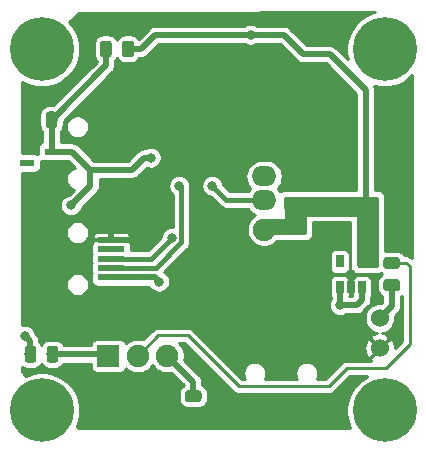
<source format=gbr>
G04 #@! TF.GenerationSoftware,KiCad,Pcbnew,(5.1.4)-1*
G04 #@! TF.CreationDate,2019-10-26T16:41:07-04:00*
G04 #@! TF.ProjectId,USB_HubSwitch,5553425f-4875-4625-9377-697463682e6b,rev?*
G04 #@! TF.SameCoordinates,Original*
G04 #@! TF.FileFunction,Copper,L2,Bot*
G04 #@! TF.FilePolarity,Positive*
%FSLAX46Y46*%
G04 Gerber Fmt 4.6, Leading zero omitted, Abs format (unit mm)*
G04 Created by KiCad (PCBNEW (5.1.4)-1) date 2019-10-26 16:41:07*
%MOMM*%
%LPD*%
G04 APERTURE LIST*
%ADD10C,5.400000*%
%ADD11R,2.500000X2.000000*%
%ADD12R,2.300000X0.500000*%
%ADD13C,1.524000*%
%ADD14C,3.300000*%
%ADD15C,1.900000*%
%ADD16O,2.100000X1.700000*%
%ADD17R,1.300000X0.600000*%
%ADD18R,1.900000X1.900000*%
%ADD19C,0.100000*%
%ADD20C,0.975000*%
%ADD21R,0.650000X1.060000*%
%ADD22C,0.800000*%
%ADD23C,0.500000*%
%ADD24C,0.400000*%
%ADD25C,0.250000*%
%ADD26C,0.254000*%
G04 APERTURE END LIST*
D10*
X103000000Y-81400000D03*
X132000000Y-112000000D03*
X132000000Y-81400000D03*
X103000000Y-112000000D03*
D11*
X103250000Y-94700000D03*
X103250000Y-103600000D03*
X108750000Y-103600000D03*
X108750000Y-94700000D03*
D12*
X108850000Y-100750000D03*
X108850000Y-99950000D03*
X108850000Y-99150000D03*
X108850000Y-98350000D03*
X108850000Y-97550000D03*
D13*
X131580000Y-106740000D03*
X131600000Y-104200000D03*
D14*
X124510000Y-99770000D03*
X124510000Y-86630000D03*
D15*
X121800000Y-96700000D03*
D16*
X121800000Y-94200000D03*
X121800000Y-92200000D03*
D15*
X121800000Y-89700000D03*
D17*
X101700000Y-91050000D03*
X103800000Y-92000000D03*
X103800000Y-90100000D03*
D18*
X108600000Y-107400000D03*
D15*
X111100000Y-107400000D03*
X113600000Y-107400000D03*
D19*
G36*
X104067642Y-86701174D02*
G01*
X104091303Y-86704684D01*
X104114507Y-86710496D01*
X104137029Y-86718554D01*
X104158653Y-86728782D01*
X104179170Y-86741079D01*
X104198383Y-86755329D01*
X104216107Y-86771393D01*
X104232171Y-86789117D01*
X104246421Y-86808330D01*
X104258718Y-86828847D01*
X104268946Y-86850471D01*
X104277004Y-86872993D01*
X104282816Y-86896197D01*
X104286326Y-86919858D01*
X104287500Y-86943750D01*
X104287500Y-87856250D01*
X104286326Y-87880142D01*
X104282816Y-87903803D01*
X104277004Y-87927007D01*
X104268946Y-87949529D01*
X104258718Y-87971153D01*
X104246421Y-87991670D01*
X104232171Y-88010883D01*
X104216107Y-88028607D01*
X104198383Y-88044671D01*
X104179170Y-88058921D01*
X104158653Y-88071218D01*
X104137029Y-88081446D01*
X104114507Y-88089504D01*
X104091303Y-88095316D01*
X104067642Y-88098826D01*
X104043750Y-88100000D01*
X103556250Y-88100000D01*
X103532358Y-88098826D01*
X103508697Y-88095316D01*
X103485493Y-88089504D01*
X103462971Y-88081446D01*
X103441347Y-88071218D01*
X103420830Y-88058921D01*
X103401617Y-88044671D01*
X103383893Y-88028607D01*
X103367829Y-88010883D01*
X103353579Y-87991670D01*
X103341282Y-87971153D01*
X103331054Y-87949529D01*
X103322996Y-87927007D01*
X103317184Y-87903803D01*
X103313674Y-87880142D01*
X103312500Y-87856250D01*
X103312500Y-86943750D01*
X103313674Y-86919858D01*
X103317184Y-86896197D01*
X103322996Y-86872993D01*
X103331054Y-86850471D01*
X103341282Y-86828847D01*
X103353579Y-86808330D01*
X103367829Y-86789117D01*
X103383893Y-86771393D01*
X103401617Y-86755329D01*
X103420830Y-86741079D01*
X103441347Y-86728782D01*
X103462971Y-86718554D01*
X103485493Y-86710496D01*
X103508697Y-86704684D01*
X103532358Y-86701174D01*
X103556250Y-86700000D01*
X104043750Y-86700000D01*
X104067642Y-86701174D01*
X104067642Y-86701174D01*
G37*
D20*
X103800000Y-87400000D03*
D19*
G36*
X102192642Y-86701174D02*
G01*
X102216303Y-86704684D01*
X102239507Y-86710496D01*
X102262029Y-86718554D01*
X102283653Y-86728782D01*
X102304170Y-86741079D01*
X102323383Y-86755329D01*
X102341107Y-86771393D01*
X102357171Y-86789117D01*
X102371421Y-86808330D01*
X102383718Y-86828847D01*
X102393946Y-86850471D01*
X102402004Y-86872993D01*
X102407816Y-86896197D01*
X102411326Y-86919858D01*
X102412500Y-86943750D01*
X102412500Y-87856250D01*
X102411326Y-87880142D01*
X102407816Y-87903803D01*
X102402004Y-87927007D01*
X102393946Y-87949529D01*
X102383718Y-87971153D01*
X102371421Y-87991670D01*
X102357171Y-88010883D01*
X102341107Y-88028607D01*
X102323383Y-88044671D01*
X102304170Y-88058921D01*
X102283653Y-88071218D01*
X102262029Y-88081446D01*
X102239507Y-88089504D01*
X102216303Y-88095316D01*
X102192642Y-88098826D01*
X102168750Y-88100000D01*
X101681250Y-88100000D01*
X101657358Y-88098826D01*
X101633697Y-88095316D01*
X101610493Y-88089504D01*
X101587971Y-88081446D01*
X101566347Y-88071218D01*
X101545830Y-88058921D01*
X101526617Y-88044671D01*
X101508893Y-88028607D01*
X101492829Y-88010883D01*
X101478579Y-87991670D01*
X101466282Y-87971153D01*
X101456054Y-87949529D01*
X101447996Y-87927007D01*
X101442184Y-87903803D01*
X101438674Y-87880142D01*
X101437500Y-87856250D01*
X101437500Y-86943750D01*
X101438674Y-86919858D01*
X101442184Y-86896197D01*
X101447996Y-86872993D01*
X101456054Y-86850471D01*
X101466282Y-86828847D01*
X101478579Y-86808330D01*
X101492829Y-86789117D01*
X101508893Y-86771393D01*
X101526617Y-86755329D01*
X101545830Y-86741079D01*
X101566347Y-86728782D01*
X101587971Y-86718554D01*
X101610493Y-86710496D01*
X101633697Y-86704684D01*
X101657358Y-86701174D01*
X101681250Y-86700000D01*
X102168750Y-86700000D01*
X102192642Y-86701174D01*
X102192642Y-86701174D01*
G37*
D20*
X101925000Y-87400000D03*
D19*
G36*
X130667642Y-96101174D02*
G01*
X130691303Y-96104684D01*
X130714507Y-96110496D01*
X130737029Y-96118554D01*
X130758653Y-96128782D01*
X130779170Y-96141079D01*
X130798383Y-96155329D01*
X130816107Y-96171393D01*
X130832171Y-96189117D01*
X130846421Y-96208330D01*
X130858718Y-96228847D01*
X130868946Y-96250471D01*
X130877004Y-96272993D01*
X130882816Y-96296197D01*
X130886326Y-96319858D01*
X130887500Y-96343750D01*
X130887500Y-97256250D01*
X130886326Y-97280142D01*
X130882816Y-97303803D01*
X130877004Y-97327007D01*
X130868946Y-97349529D01*
X130858718Y-97371153D01*
X130846421Y-97391670D01*
X130832171Y-97410883D01*
X130816107Y-97428607D01*
X130798383Y-97444671D01*
X130779170Y-97458921D01*
X130758653Y-97471218D01*
X130737029Y-97481446D01*
X130714507Y-97489504D01*
X130691303Y-97495316D01*
X130667642Y-97498826D01*
X130643750Y-97500000D01*
X130156250Y-97500000D01*
X130132358Y-97498826D01*
X130108697Y-97495316D01*
X130085493Y-97489504D01*
X130062971Y-97481446D01*
X130041347Y-97471218D01*
X130020830Y-97458921D01*
X130001617Y-97444671D01*
X129983893Y-97428607D01*
X129967829Y-97410883D01*
X129953579Y-97391670D01*
X129941282Y-97371153D01*
X129931054Y-97349529D01*
X129922996Y-97327007D01*
X129917184Y-97303803D01*
X129913674Y-97280142D01*
X129912500Y-97256250D01*
X129912500Y-96343750D01*
X129913674Y-96319858D01*
X129917184Y-96296197D01*
X129922996Y-96272993D01*
X129931054Y-96250471D01*
X129941282Y-96228847D01*
X129953579Y-96208330D01*
X129967829Y-96189117D01*
X129983893Y-96171393D01*
X130001617Y-96155329D01*
X130020830Y-96141079D01*
X130041347Y-96128782D01*
X130062971Y-96118554D01*
X130085493Y-96110496D01*
X130108697Y-96104684D01*
X130132358Y-96101174D01*
X130156250Y-96100000D01*
X130643750Y-96100000D01*
X130667642Y-96101174D01*
X130667642Y-96101174D01*
G37*
D20*
X130400000Y-96800000D03*
D19*
G36*
X128792642Y-96101174D02*
G01*
X128816303Y-96104684D01*
X128839507Y-96110496D01*
X128862029Y-96118554D01*
X128883653Y-96128782D01*
X128904170Y-96141079D01*
X128923383Y-96155329D01*
X128941107Y-96171393D01*
X128957171Y-96189117D01*
X128971421Y-96208330D01*
X128983718Y-96228847D01*
X128993946Y-96250471D01*
X129002004Y-96272993D01*
X129007816Y-96296197D01*
X129011326Y-96319858D01*
X129012500Y-96343750D01*
X129012500Y-97256250D01*
X129011326Y-97280142D01*
X129007816Y-97303803D01*
X129002004Y-97327007D01*
X128993946Y-97349529D01*
X128983718Y-97371153D01*
X128971421Y-97391670D01*
X128957171Y-97410883D01*
X128941107Y-97428607D01*
X128923383Y-97444671D01*
X128904170Y-97458921D01*
X128883653Y-97471218D01*
X128862029Y-97481446D01*
X128839507Y-97489504D01*
X128816303Y-97495316D01*
X128792642Y-97498826D01*
X128768750Y-97500000D01*
X128281250Y-97500000D01*
X128257358Y-97498826D01*
X128233697Y-97495316D01*
X128210493Y-97489504D01*
X128187971Y-97481446D01*
X128166347Y-97471218D01*
X128145830Y-97458921D01*
X128126617Y-97444671D01*
X128108893Y-97428607D01*
X128092829Y-97410883D01*
X128078579Y-97391670D01*
X128066282Y-97371153D01*
X128056054Y-97349529D01*
X128047996Y-97327007D01*
X128042184Y-97303803D01*
X128038674Y-97280142D01*
X128037500Y-97256250D01*
X128037500Y-96343750D01*
X128038674Y-96319858D01*
X128042184Y-96296197D01*
X128047996Y-96272993D01*
X128056054Y-96250471D01*
X128066282Y-96228847D01*
X128078579Y-96208330D01*
X128092829Y-96189117D01*
X128108893Y-96171393D01*
X128126617Y-96155329D01*
X128145830Y-96141079D01*
X128166347Y-96128782D01*
X128187971Y-96118554D01*
X128210493Y-96110496D01*
X128233697Y-96104684D01*
X128257358Y-96101174D01*
X128281250Y-96100000D01*
X128768750Y-96100000D01*
X128792642Y-96101174D01*
X128792642Y-96101174D01*
G37*
D20*
X128525000Y-96800000D03*
D19*
G36*
X125380142Y-92138674D02*
G01*
X125403803Y-92142184D01*
X125427007Y-92147996D01*
X125449529Y-92156054D01*
X125471153Y-92166282D01*
X125491670Y-92178579D01*
X125510883Y-92192829D01*
X125528607Y-92208893D01*
X125544671Y-92226617D01*
X125558921Y-92245830D01*
X125571218Y-92266347D01*
X125581446Y-92287971D01*
X125589504Y-92310493D01*
X125595316Y-92333697D01*
X125598826Y-92357358D01*
X125600000Y-92381250D01*
X125600000Y-92868750D01*
X125598826Y-92892642D01*
X125595316Y-92916303D01*
X125589504Y-92939507D01*
X125581446Y-92962029D01*
X125571218Y-92983653D01*
X125558921Y-93004170D01*
X125544671Y-93023383D01*
X125528607Y-93041107D01*
X125510883Y-93057171D01*
X125491670Y-93071421D01*
X125471153Y-93083718D01*
X125449529Y-93093946D01*
X125427007Y-93102004D01*
X125403803Y-93107816D01*
X125380142Y-93111326D01*
X125356250Y-93112500D01*
X124443750Y-93112500D01*
X124419858Y-93111326D01*
X124396197Y-93107816D01*
X124372993Y-93102004D01*
X124350471Y-93093946D01*
X124328847Y-93083718D01*
X124308330Y-93071421D01*
X124289117Y-93057171D01*
X124271393Y-93041107D01*
X124255329Y-93023383D01*
X124241079Y-93004170D01*
X124228782Y-92983653D01*
X124218554Y-92962029D01*
X124210496Y-92939507D01*
X124204684Y-92916303D01*
X124201174Y-92892642D01*
X124200000Y-92868750D01*
X124200000Y-92381250D01*
X124201174Y-92357358D01*
X124204684Y-92333697D01*
X124210496Y-92310493D01*
X124218554Y-92287971D01*
X124228782Y-92266347D01*
X124241079Y-92245830D01*
X124255329Y-92226617D01*
X124271393Y-92208893D01*
X124289117Y-92192829D01*
X124308330Y-92178579D01*
X124328847Y-92166282D01*
X124350471Y-92156054D01*
X124372993Y-92147996D01*
X124396197Y-92142184D01*
X124419858Y-92138674D01*
X124443750Y-92137500D01*
X125356250Y-92137500D01*
X125380142Y-92138674D01*
X125380142Y-92138674D01*
G37*
D20*
X124900000Y-92625000D03*
D19*
G36*
X125380142Y-94013674D02*
G01*
X125403803Y-94017184D01*
X125427007Y-94022996D01*
X125449529Y-94031054D01*
X125471153Y-94041282D01*
X125491670Y-94053579D01*
X125510883Y-94067829D01*
X125528607Y-94083893D01*
X125544671Y-94101617D01*
X125558921Y-94120830D01*
X125571218Y-94141347D01*
X125581446Y-94162971D01*
X125589504Y-94185493D01*
X125595316Y-94208697D01*
X125598826Y-94232358D01*
X125600000Y-94256250D01*
X125600000Y-94743750D01*
X125598826Y-94767642D01*
X125595316Y-94791303D01*
X125589504Y-94814507D01*
X125581446Y-94837029D01*
X125571218Y-94858653D01*
X125558921Y-94879170D01*
X125544671Y-94898383D01*
X125528607Y-94916107D01*
X125510883Y-94932171D01*
X125491670Y-94946421D01*
X125471153Y-94958718D01*
X125449529Y-94968946D01*
X125427007Y-94977004D01*
X125403803Y-94982816D01*
X125380142Y-94986326D01*
X125356250Y-94987500D01*
X124443750Y-94987500D01*
X124419858Y-94986326D01*
X124396197Y-94982816D01*
X124372993Y-94977004D01*
X124350471Y-94968946D01*
X124328847Y-94958718D01*
X124308330Y-94946421D01*
X124289117Y-94932171D01*
X124271393Y-94916107D01*
X124255329Y-94898383D01*
X124241079Y-94879170D01*
X124228782Y-94858653D01*
X124218554Y-94837029D01*
X124210496Y-94814507D01*
X124204684Y-94791303D01*
X124201174Y-94767642D01*
X124200000Y-94743750D01*
X124200000Y-94256250D01*
X124201174Y-94232358D01*
X124204684Y-94208697D01*
X124210496Y-94185493D01*
X124218554Y-94162971D01*
X124228782Y-94141347D01*
X124241079Y-94120830D01*
X124255329Y-94101617D01*
X124271393Y-94083893D01*
X124289117Y-94067829D01*
X124308330Y-94053579D01*
X124328847Y-94041282D01*
X124350471Y-94031054D01*
X124372993Y-94022996D01*
X124396197Y-94017184D01*
X124419858Y-94013674D01*
X124443750Y-94012500D01*
X125356250Y-94012500D01*
X125380142Y-94013674D01*
X125380142Y-94013674D01*
G37*
D20*
X124900000Y-94500000D03*
D19*
G36*
X116280142Y-112188674D02*
G01*
X116303803Y-112192184D01*
X116327007Y-112197996D01*
X116349529Y-112206054D01*
X116371153Y-112216282D01*
X116391670Y-112228579D01*
X116410883Y-112242829D01*
X116428607Y-112258893D01*
X116444671Y-112276617D01*
X116458921Y-112295830D01*
X116471218Y-112316347D01*
X116481446Y-112337971D01*
X116489504Y-112360493D01*
X116495316Y-112383697D01*
X116498826Y-112407358D01*
X116500000Y-112431250D01*
X116500000Y-112918750D01*
X116498826Y-112942642D01*
X116495316Y-112966303D01*
X116489504Y-112989507D01*
X116481446Y-113012029D01*
X116471218Y-113033653D01*
X116458921Y-113054170D01*
X116444671Y-113073383D01*
X116428607Y-113091107D01*
X116410883Y-113107171D01*
X116391670Y-113121421D01*
X116371153Y-113133718D01*
X116349529Y-113143946D01*
X116327007Y-113152004D01*
X116303803Y-113157816D01*
X116280142Y-113161326D01*
X116256250Y-113162500D01*
X115343750Y-113162500D01*
X115319858Y-113161326D01*
X115296197Y-113157816D01*
X115272993Y-113152004D01*
X115250471Y-113143946D01*
X115228847Y-113133718D01*
X115208330Y-113121421D01*
X115189117Y-113107171D01*
X115171393Y-113091107D01*
X115155329Y-113073383D01*
X115141079Y-113054170D01*
X115128782Y-113033653D01*
X115118554Y-113012029D01*
X115110496Y-112989507D01*
X115104684Y-112966303D01*
X115101174Y-112942642D01*
X115100000Y-112918750D01*
X115100000Y-112431250D01*
X115101174Y-112407358D01*
X115104684Y-112383697D01*
X115110496Y-112360493D01*
X115118554Y-112337971D01*
X115128782Y-112316347D01*
X115141079Y-112295830D01*
X115155329Y-112276617D01*
X115171393Y-112258893D01*
X115189117Y-112242829D01*
X115208330Y-112228579D01*
X115228847Y-112216282D01*
X115250471Y-112206054D01*
X115272993Y-112197996D01*
X115296197Y-112192184D01*
X115319858Y-112188674D01*
X115343750Y-112187500D01*
X116256250Y-112187500D01*
X116280142Y-112188674D01*
X116280142Y-112188674D01*
G37*
D20*
X115800000Y-112675000D03*
D19*
G36*
X116280142Y-110313674D02*
G01*
X116303803Y-110317184D01*
X116327007Y-110322996D01*
X116349529Y-110331054D01*
X116371153Y-110341282D01*
X116391670Y-110353579D01*
X116410883Y-110367829D01*
X116428607Y-110383893D01*
X116444671Y-110401617D01*
X116458921Y-110420830D01*
X116471218Y-110441347D01*
X116481446Y-110462971D01*
X116489504Y-110485493D01*
X116495316Y-110508697D01*
X116498826Y-110532358D01*
X116500000Y-110556250D01*
X116500000Y-111043750D01*
X116498826Y-111067642D01*
X116495316Y-111091303D01*
X116489504Y-111114507D01*
X116481446Y-111137029D01*
X116471218Y-111158653D01*
X116458921Y-111179170D01*
X116444671Y-111198383D01*
X116428607Y-111216107D01*
X116410883Y-111232171D01*
X116391670Y-111246421D01*
X116371153Y-111258718D01*
X116349529Y-111268946D01*
X116327007Y-111277004D01*
X116303803Y-111282816D01*
X116280142Y-111286326D01*
X116256250Y-111287500D01*
X115343750Y-111287500D01*
X115319858Y-111286326D01*
X115296197Y-111282816D01*
X115272993Y-111277004D01*
X115250471Y-111268946D01*
X115228847Y-111258718D01*
X115208330Y-111246421D01*
X115189117Y-111232171D01*
X115171393Y-111216107D01*
X115155329Y-111198383D01*
X115141079Y-111179170D01*
X115128782Y-111158653D01*
X115118554Y-111137029D01*
X115110496Y-111114507D01*
X115104684Y-111091303D01*
X115101174Y-111067642D01*
X115100000Y-111043750D01*
X115100000Y-110556250D01*
X115101174Y-110532358D01*
X115104684Y-110508697D01*
X115110496Y-110485493D01*
X115118554Y-110462971D01*
X115128782Y-110441347D01*
X115141079Y-110420830D01*
X115155329Y-110401617D01*
X115171393Y-110383893D01*
X115189117Y-110367829D01*
X115208330Y-110353579D01*
X115228847Y-110341282D01*
X115250471Y-110331054D01*
X115272993Y-110322996D01*
X115296197Y-110317184D01*
X115319858Y-110313674D01*
X115343750Y-110312500D01*
X116256250Y-110312500D01*
X116280142Y-110313674D01*
X116280142Y-110313674D01*
G37*
D20*
X115800000Y-110800000D03*
D19*
G36*
X104147642Y-106561174D02*
G01*
X104171303Y-106564684D01*
X104194507Y-106570496D01*
X104217029Y-106578554D01*
X104238653Y-106588782D01*
X104259170Y-106601079D01*
X104278383Y-106615329D01*
X104296107Y-106631393D01*
X104312171Y-106649117D01*
X104326421Y-106668330D01*
X104338718Y-106688847D01*
X104348946Y-106710471D01*
X104357004Y-106732993D01*
X104362816Y-106756197D01*
X104366326Y-106779858D01*
X104367500Y-106803750D01*
X104367500Y-107716250D01*
X104366326Y-107740142D01*
X104362816Y-107763803D01*
X104357004Y-107787007D01*
X104348946Y-107809529D01*
X104338718Y-107831153D01*
X104326421Y-107851670D01*
X104312171Y-107870883D01*
X104296107Y-107888607D01*
X104278383Y-107904671D01*
X104259170Y-107918921D01*
X104238653Y-107931218D01*
X104217029Y-107941446D01*
X104194507Y-107949504D01*
X104171303Y-107955316D01*
X104147642Y-107958826D01*
X104123750Y-107960000D01*
X103636250Y-107960000D01*
X103612358Y-107958826D01*
X103588697Y-107955316D01*
X103565493Y-107949504D01*
X103542971Y-107941446D01*
X103521347Y-107931218D01*
X103500830Y-107918921D01*
X103481617Y-107904671D01*
X103463893Y-107888607D01*
X103447829Y-107870883D01*
X103433579Y-107851670D01*
X103421282Y-107831153D01*
X103411054Y-107809529D01*
X103402996Y-107787007D01*
X103397184Y-107763803D01*
X103393674Y-107740142D01*
X103392500Y-107716250D01*
X103392500Y-106803750D01*
X103393674Y-106779858D01*
X103397184Y-106756197D01*
X103402996Y-106732993D01*
X103411054Y-106710471D01*
X103421282Y-106688847D01*
X103433579Y-106668330D01*
X103447829Y-106649117D01*
X103463893Y-106631393D01*
X103481617Y-106615329D01*
X103500830Y-106601079D01*
X103521347Y-106588782D01*
X103542971Y-106578554D01*
X103565493Y-106570496D01*
X103588697Y-106564684D01*
X103612358Y-106561174D01*
X103636250Y-106560000D01*
X104123750Y-106560000D01*
X104147642Y-106561174D01*
X104147642Y-106561174D01*
G37*
D20*
X103880000Y-107260000D03*
D19*
G36*
X102272642Y-106561174D02*
G01*
X102296303Y-106564684D01*
X102319507Y-106570496D01*
X102342029Y-106578554D01*
X102363653Y-106588782D01*
X102384170Y-106601079D01*
X102403383Y-106615329D01*
X102421107Y-106631393D01*
X102437171Y-106649117D01*
X102451421Y-106668330D01*
X102463718Y-106688847D01*
X102473946Y-106710471D01*
X102482004Y-106732993D01*
X102487816Y-106756197D01*
X102491326Y-106779858D01*
X102492500Y-106803750D01*
X102492500Y-107716250D01*
X102491326Y-107740142D01*
X102487816Y-107763803D01*
X102482004Y-107787007D01*
X102473946Y-107809529D01*
X102463718Y-107831153D01*
X102451421Y-107851670D01*
X102437171Y-107870883D01*
X102421107Y-107888607D01*
X102403383Y-107904671D01*
X102384170Y-107918921D01*
X102363653Y-107931218D01*
X102342029Y-107941446D01*
X102319507Y-107949504D01*
X102296303Y-107955316D01*
X102272642Y-107958826D01*
X102248750Y-107960000D01*
X101761250Y-107960000D01*
X101737358Y-107958826D01*
X101713697Y-107955316D01*
X101690493Y-107949504D01*
X101667971Y-107941446D01*
X101646347Y-107931218D01*
X101625830Y-107918921D01*
X101606617Y-107904671D01*
X101588893Y-107888607D01*
X101572829Y-107870883D01*
X101558579Y-107851670D01*
X101546282Y-107831153D01*
X101536054Y-107809529D01*
X101527996Y-107787007D01*
X101522184Y-107763803D01*
X101518674Y-107740142D01*
X101517500Y-107716250D01*
X101517500Y-106803750D01*
X101518674Y-106779858D01*
X101522184Y-106756197D01*
X101527996Y-106732993D01*
X101536054Y-106710471D01*
X101546282Y-106688847D01*
X101558579Y-106668330D01*
X101572829Y-106649117D01*
X101588893Y-106631393D01*
X101606617Y-106615329D01*
X101625830Y-106601079D01*
X101646347Y-106588782D01*
X101667971Y-106578554D01*
X101690493Y-106570496D01*
X101713697Y-106564684D01*
X101737358Y-106561174D01*
X101761250Y-106560000D01*
X102248750Y-106560000D01*
X102272642Y-106561174D01*
X102272642Y-106561174D01*
G37*
D20*
X102005000Y-107260000D03*
D19*
G36*
X133080142Y-100913674D02*
G01*
X133103803Y-100917184D01*
X133127007Y-100922996D01*
X133149529Y-100931054D01*
X133171153Y-100941282D01*
X133191670Y-100953579D01*
X133210883Y-100967829D01*
X133228607Y-100983893D01*
X133244671Y-101001617D01*
X133258921Y-101020830D01*
X133271218Y-101041347D01*
X133281446Y-101062971D01*
X133289504Y-101085493D01*
X133295316Y-101108697D01*
X133298826Y-101132358D01*
X133300000Y-101156250D01*
X133300000Y-101643750D01*
X133298826Y-101667642D01*
X133295316Y-101691303D01*
X133289504Y-101714507D01*
X133281446Y-101737029D01*
X133271218Y-101758653D01*
X133258921Y-101779170D01*
X133244671Y-101798383D01*
X133228607Y-101816107D01*
X133210883Y-101832171D01*
X133191670Y-101846421D01*
X133171153Y-101858718D01*
X133149529Y-101868946D01*
X133127007Y-101877004D01*
X133103803Y-101882816D01*
X133080142Y-101886326D01*
X133056250Y-101887500D01*
X132143750Y-101887500D01*
X132119858Y-101886326D01*
X132096197Y-101882816D01*
X132072993Y-101877004D01*
X132050471Y-101868946D01*
X132028847Y-101858718D01*
X132008330Y-101846421D01*
X131989117Y-101832171D01*
X131971393Y-101816107D01*
X131955329Y-101798383D01*
X131941079Y-101779170D01*
X131928782Y-101758653D01*
X131918554Y-101737029D01*
X131910496Y-101714507D01*
X131904684Y-101691303D01*
X131901174Y-101667642D01*
X131900000Y-101643750D01*
X131900000Y-101156250D01*
X131901174Y-101132358D01*
X131904684Y-101108697D01*
X131910496Y-101085493D01*
X131918554Y-101062971D01*
X131928782Y-101041347D01*
X131941079Y-101020830D01*
X131955329Y-101001617D01*
X131971393Y-100983893D01*
X131989117Y-100967829D01*
X132008330Y-100953579D01*
X132028847Y-100941282D01*
X132050471Y-100931054D01*
X132072993Y-100922996D01*
X132096197Y-100917184D01*
X132119858Y-100913674D01*
X132143750Y-100912500D01*
X133056250Y-100912500D01*
X133080142Y-100913674D01*
X133080142Y-100913674D01*
G37*
D20*
X132600000Y-101400000D03*
D19*
G36*
X133080142Y-99038674D02*
G01*
X133103803Y-99042184D01*
X133127007Y-99047996D01*
X133149529Y-99056054D01*
X133171153Y-99066282D01*
X133191670Y-99078579D01*
X133210883Y-99092829D01*
X133228607Y-99108893D01*
X133244671Y-99126617D01*
X133258921Y-99145830D01*
X133271218Y-99166347D01*
X133281446Y-99187971D01*
X133289504Y-99210493D01*
X133295316Y-99233697D01*
X133298826Y-99257358D01*
X133300000Y-99281250D01*
X133300000Y-99768750D01*
X133298826Y-99792642D01*
X133295316Y-99816303D01*
X133289504Y-99839507D01*
X133281446Y-99862029D01*
X133271218Y-99883653D01*
X133258921Y-99904170D01*
X133244671Y-99923383D01*
X133228607Y-99941107D01*
X133210883Y-99957171D01*
X133191670Y-99971421D01*
X133171153Y-99983718D01*
X133149529Y-99993946D01*
X133127007Y-100002004D01*
X133103803Y-100007816D01*
X133080142Y-100011326D01*
X133056250Y-100012500D01*
X132143750Y-100012500D01*
X132119858Y-100011326D01*
X132096197Y-100007816D01*
X132072993Y-100002004D01*
X132050471Y-99993946D01*
X132028847Y-99983718D01*
X132008330Y-99971421D01*
X131989117Y-99957171D01*
X131971393Y-99941107D01*
X131955329Y-99923383D01*
X131941079Y-99904170D01*
X131928782Y-99883653D01*
X131918554Y-99862029D01*
X131910496Y-99839507D01*
X131904684Y-99816303D01*
X131901174Y-99792642D01*
X131900000Y-99768750D01*
X131900000Y-99281250D01*
X131901174Y-99257358D01*
X131904684Y-99233697D01*
X131910496Y-99210493D01*
X131918554Y-99187971D01*
X131928782Y-99166347D01*
X131941079Y-99145830D01*
X131955329Y-99126617D01*
X131971393Y-99108893D01*
X131989117Y-99092829D01*
X132008330Y-99078579D01*
X132028847Y-99066282D01*
X132050471Y-99056054D01*
X132072993Y-99047996D01*
X132096197Y-99042184D01*
X132119858Y-99038674D01*
X132143750Y-99037500D01*
X133056250Y-99037500D01*
X133080142Y-99038674D01*
X133080142Y-99038674D01*
G37*
D20*
X132600000Y-99525000D03*
D19*
G36*
X110542642Y-80701174D02*
G01*
X110566303Y-80704684D01*
X110589507Y-80710496D01*
X110612029Y-80718554D01*
X110633653Y-80728782D01*
X110654170Y-80741079D01*
X110673383Y-80755329D01*
X110691107Y-80771393D01*
X110707171Y-80789117D01*
X110721421Y-80808330D01*
X110733718Y-80828847D01*
X110743946Y-80850471D01*
X110752004Y-80872993D01*
X110757816Y-80896197D01*
X110761326Y-80919858D01*
X110762500Y-80943750D01*
X110762500Y-81856250D01*
X110761326Y-81880142D01*
X110757816Y-81903803D01*
X110752004Y-81927007D01*
X110743946Y-81949529D01*
X110733718Y-81971153D01*
X110721421Y-81991670D01*
X110707171Y-82010883D01*
X110691107Y-82028607D01*
X110673383Y-82044671D01*
X110654170Y-82058921D01*
X110633653Y-82071218D01*
X110612029Y-82081446D01*
X110589507Y-82089504D01*
X110566303Y-82095316D01*
X110542642Y-82098826D01*
X110518750Y-82100000D01*
X110031250Y-82100000D01*
X110007358Y-82098826D01*
X109983697Y-82095316D01*
X109960493Y-82089504D01*
X109937971Y-82081446D01*
X109916347Y-82071218D01*
X109895830Y-82058921D01*
X109876617Y-82044671D01*
X109858893Y-82028607D01*
X109842829Y-82010883D01*
X109828579Y-81991670D01*
X109816282Y-81971153D01*
X109806054Y-81949529D01*
X109797996Y-81927007D01*
X109792184Y-81903803D01*
X109788674Y-81880142D01*
X109787500Y-81856250D01*
X109787500Y-80943750D01*
X109788674Y-80919858D01*
X109792184Y-80896197D01*
X109797996Y-80872993D01*
X109806054Y-80850471D01*
X109816282Y-80828847D01*
X109828579Y-80808330D01*
X109842829Y-80789117D01*
X109858893Y-80771393D01*
X109876617Y-80755329D01*
X109895830Y-80741079D01*
X109916347Y-80728782D01*
X109937971Y-80718554D01*
X109960493Y-80710496D01*
X109983697Y-80704684D01*
X110007358Y-80701174D01*
X110031250Y-80700000D01*
X110518750Y-80700000D01*
X110542642Y-80701174D01*
X110542642Y-80701174D01*
G37*
D20*
X110275000Y-81400000D03*
D19*
G36*
X108667642Y-80701174D02*
G01*
X108691303Y-80704684D01*
X108714507Y-80710496D01*
X108737029Y-80718554D01*
X108758653Y-80728782D01*
X108779170Y-80741079D01*
X108798383Y-80755329D01*
X108816107Y-80771393D01*
X108832171Y-80789117D01*
X108846421Y-80808330D01*
X108858718Y-80828847D01*
X108868946Y-80850471D01*
X108877004Y-80872993D01*
X108882816Y-80896197D01*
X108886326Y-80919858D01*
X108887500Y-80943750D01*
X108887500Y-81856250D01*
X108886326Y-81880142D01*
X108882816Y-81903803D01*
X108877004Y-81927007D01*
X108868946Y-81949529D01*
X108858718Y-81971153D01*
X108846421Y-81991670D01*
X108832171Y-82010883D01*
X108816107Y-82028607D01*
X108798383Y-82044671D01*
X108779170Y-82058921D01*
X108758653Y-82071218D01*
X108737029Y-82081446D01*
X108714507Y-82089504D01*
X108691303Y-82095316D01*
X108667642Y-82098826D01*
X108643750Y-82100000D01*
X108156250Y-82100000D01*
X108132358Y-82098826D01*
X108108697Y-82095316D01*
X108085493Y-82089504D01*
X108062971Y-82081446D01*
X108041347Y-82071218D01*
X108020830Y-82058921D01*
X108001617Y-82044671D01*
X107983893Y-82028607D01*
X107967829Y-82010883D01*
X107953579Y-81991670D01*
X107941282Y-81971153D01*
X107931054Y-81949529D01*
X107922996Y-81927007D01*
X107917184Y-81903803D01*
X107913674Y-81880142D01*
X107912500Y-81856250D01*
X107912500Y-80943750D01*
X107913674Y-80919858D01*
X107917184Y-80896197D01*
X107922996Y-80872993D01*
X107931054Y-80850471D01*
X107941282Y-80828847D01*
X107953579Y-80808330D01*
X107967829Y-80789117D01*
X107983893Y-80771393D01*
X108001617Y-80755329D01*
X108020830Y-80741079D01*
X108041347Y-80728782D01*
X108062971Y-80718554D01*
X108085493Y-80710496D01*
X108108697Y-80704684D01*
X108132358Y-80701174D01*
X108156250Y-80700000D01*
X108643750Y-80700000D01*
X108667642Y-80701174D01*
X108667642Y-80701174D01*
G37*
D20*
X108400000Y-81400000D03*
D21*
X130100000Y-101600000D03*
X129150000Y-101600000D03*
X128200000Y-101600000D03*
X128200000Y-99400000D03*
X130100000Y-99400000D03*
D22*
X113400000Y-92400000D03*
X116000000Y-95400000D03*
X108800000Y-92800000D03*
X112400000Y-84600000D03*
X108750000Y-103600000D03*
X113050000Y-102500000D03*
X127650000Y-106100000D03*
X118750000Y-106100000D03*
X118750000Y-111600000D03*
X127650000Y-111600000D03*
X103250000Y-103600000D03*
X103250000Y-94700000D03*
X108750000Y-94700000D03*
X108750000Y-85750000D03*
X103250000Y-85750000D03*
X121850000Y-79050000D03*
X115850000Y-82550000D03*
X110850000Y-97500000D03*
X129150000Y-100450000D03*
X127400000Y-96800000D03*
X102200000Y-89130000D03*
X132050000Y-90600000D03*
X121750000Y-100550000D03*
X120100000Y-101050000D03*
X119550000Y-97450000D03*
X119250000Y-95600000D03*
X115500000Y-99350000D03*
X112600000Y-104050000D03*
X117050000Y-104850000D03*
X122900000Y-103650000D03*
X129300000Y-105050000D03*
X110000000Y-111100000D03*
X111870000Y-112870000D03*
X120920000Y-112970000D03*
X124850000Y-112890000D03*
X103850000Y-100350000D03*
X105050000Y-98800000D03*
X102720000Y-96750000D03*
X105850000Y-105600000D03*
X111300000Y-94300000D03*
X107450000Y-87050000D03*
X113150000Y-87700000D03*
X116700000Y-87950000D03*
X117850000Y-90850000D03*
X119450000Y-90050000D03*
X118200000Y-85700000D03*
X121650000Y-87000000D03*
X121600000Y-84650000D03*
X122950000Y-83900000D03*
X106450000Y-79500000D03*
X110650000Y-79450000D03*
X102000000Y-85100000D03*
X109650000Y-83700000D03*
X121550000Y-82000000D03*
X126100000Y-80300000D03*
X126600000Y-83200000D03*
X128150000Y-84700000D03*
X127700000Y-87150000D03*
X133500000Y-96400000D03*
X133700000Y-93050000D03*
X126700000Y-104550000D03*
X123050000Y-108700000D03*
X119650000Y-107600000D03*
X106550000Y-110150000D03*
X106640000Y-112960000D03*
X111990000Y-111130000D03*
X110000000Y-112600000D03*
X122750000Y-112550000D03*
X126500000Y-112950000D03*
X118350000Y-112950000D03*
X117550000Y-97350000D03*
X112000000Y-97500000D03*
X110900000Y-93000000D03*
X116150000Y-89750000D03*
X114550000Y-88550000D03*
X104290000Y-105600000D03*
X105850000Y-103400000D03*
X132050000Y-88138000D03*
X132050000Y-85852000D03*
X133604000Y-85852000D03*
X133604000Y-88138000D03*
X126300000Y-96450000D03*
X126350000Y-97700000D03*
X126350000Y-92500000D03*
X123650000Y-89200000D03*
X127250000Y-89950000D03*
X128800000Y-92500000D03*
X112900000Y-101100000D03*
X114600000Y-93000000D03*
X114000000Y-97400000D03*
X117400000Y-93000000D03*
X120650000Y-80200000D03*
X112200000Y-90600000D03*
X101550000Y-105700000D03*
X105450000Y-94650012D03*
X128200000Y-103100000D03*
D23*
X108850000Y-97550000D02*
X110700000Y-97550000D01*
X108850000Y-94800000D02*
X108750000Y-94700000D01*
X108850000Y-97550000D02*
X108850000Y-94800000D01*
X103800000Y-94150000D02*
X103250000Y-94700000D01*
X103800000Y-92000000D02*
X103800000Y-94150000D01*
X129150000Y-101600000D02*
X129150000Y-100450000D01*
X128525000Y-96800000D02*
X127400000Y-96800000D01*
X101925000Y-87400000D02*
X101925000Y-88975000D01*
X101925000Y-88975000D02*
X101900000Y-89000000D01*
X108850000Y-100750000D02*
X112550000Y-100750000D01*
X112550000Y-100750000D02*
X112900000Y-101100000D01*
D24*
X112634002Y-99950000D02*
X114800000Y-97784002D01*
X108850000Y-99950000D02*
X112634002Y-99950000D01*
X114800000Y-97784002D02*
X114800000Y-93200000D01*
X114800000Y-93200000D02*
X114600000Y-93000000D01*
X108850000Y-99150000D02*
X112250000Y-99150000D01*
X112250000Y-99150000D02*
X114000000Y-97400000D01*
D23*
X132600000Y-103200000D02*
X131600000Y-104200000D01*
X132600000Y-101400000D02*
X132600000Y-103200000D01*
D24*
X118600000Y-94200000D02*
X117400000Y-93000000D01*
X121800000Y-94200000D02*
X118600000Y-94200000D01*
D23*
X110275000Y-81400000D02*
X110862500Y-81400000D01*
X110862500Y-81400000D02*
X111400000Y-81400000D01*
X111400000Y-81400000D02*
X112600000Y-80200000D01*
X112600000Y-80200000D02*
X120650000Y-80200000D01*
X130400000Y-84891998D02*
X130400000Y-96800000D01*
X127358002Y-81850000D02*
X130400000Y-84891998D01*
X125108002Y-81850000D02*
X127358002Y-81850000D01*
X120650000Y-80200000D02*
X123458002Y-80200000D01*
X123458002Y-80200000D02*
X125108002Y-81850000D01*
D25*
X112836000Y-105664000D02*
X111100000Y-107400000D01*
X115316000Y-105664000D02*
X112836000Y-105664000D01*
X119634000Y-109982000D02*
X115316000Y-105664000D01*
X127254000Y-109982000D02*
X119634000Y-109982000D01*
X133815000Y-99525000D02*
X134112000Y-99822000D01*
X132600000Y-99525000D02*
X133815000Y-99525000D01*
X134112000Y-99822000D02*
X134112000Y-106426000D01*
X134112000Y-106426000D02*
X132080000Y-108458000D01*
X132080000Y-108458000D02*
X128778000Y-108458000D01*
X128778000Y-108458000D02*
X127254000Y-109982000D01*
D23*
X103800000Y-87400000D02*
X103800000Y-90100000D01*
X105550000Y-90100000D02*
X103800000Y-90100000D01*
X108400000Y-82800000D02*
X108400000Y-81400000D01*
X103800000Y-87400000D02*
X108400000Y-82800000D01*
X111634315Y-90600000D02*
X110584315Y-91650000D01*
X112200000Y-90600000D02*
X111634315Y-90600000D01*
X107100000Y-91650000D02*
X105550000Y-90100000D01*
X110584315Y-91650000D02*
X107100000Y-91650000D01*
X107100000Y-93000012D02*
X107100000Y-91650000D01*
X105450000Y-94650012D02*
X107100000Y-93000012D01*
X102005000Y-106155000D02*
X101550000Y-105700000D01*
X102005000Y-107260000D02*
X102005000Y-106155000D01*
X128200000Y-103100000D02*
X128200000Y-101600000D01*
X128765685Y-103100000D02*
X128200000Y-103100000D01*
X129630000Y-103100000D02*
X128765685Y-103100000D01*
X130100000Y-102630000D02*
X129630000Y-103100000D01*
X130100000Y-101600000D02*
X130100000Y-102630000D01*
X108460000Y-107260000D02*
X108600000Y-107400000D01*
X103880000Y-107260000D02*
X108460000Y-107260000D01*
X115800000Y-109600000D02*
X113600000Y-107400000D01*
X115800000Y-110800000D02*
X115800000Y-109600000D01*
D26*
G36*
X119150320Y-110420387D02*
G01*
X119170736Y-110445264D01*
X119270016Y-110526741D01*
X119325224Y-110556250D01*
X119383283Y-110587283D01*
X119506185Y-110624565D01*
X119633999Y-110637154D01*
X119666021Y-110634000D01*
X127221978Y-110634000D01*
X127254000Y-110637154D01*
X127286022Y-110634000D01*
X127381814Y-110624565D01*
X127504717Y-110587283D01*
X127617984Y-110526741D01*
X127717264Y-110445264D01*
X127737685Y-110420381D01*
X129048067Y-109110000D01*
X130544520Y-109110000D01*
X130471442Y-109140270D01*
X129942907Y-109493425D01*
X129493425Y-109942907D01*
X129140270Y-110471442D01*
X128897012Y-111058719D01*
X128773000Y-111682168D01*
X128773000Y-112317832D01*
X128897012Y-112941281D01*
X129113115Y-113463000D01*
X106065352Y-113463000D01*
X106025858Y-113455144D01*
X105992382Y-113432776D01*
X105926637Y-113367031D01*
X106102988Y-112941281D01*
X106227000Y-112317832D01*
X106227000Y-111682168D01*
X106102988Y-111058719D01*
X105859730Y-110471442D01*
X105506575Y-109942907D01*
X105057093Y-109493425D01*
X104528558Y-109140270D01*
X103941281Y-108897012D01*
X103317832Y-108773000D01*
X102682168Y-108773000D01*
X102058719Y-108897012D01*
X101632969Y-109073363D01*
X101367224Y-108807618D01*
X101344856Y-108774142D01*
X101337000Y-108734648D01*
X101337000Y-108362096D01*
X101465321Y-108430685D01*
X101610387Y-108474690D01*
X101761250Y-108489549D01*
X102248750Y-108489549D01*
X102399613Y-108474690D01*
X102544679Y-108430685D01*
X102678372Y-108359225D01*
X102795555Y-108263055D01*
X102891725Y-108145872D01*
X102942500Y-108050878D01*
X102993275Y-108145872D01*
X103089445Y-108263055D01*
X103206628Y-108359225D01*
X103340321Y-108430685D01*
X103485387Y-108474690D01*
X103636250Y-108489549D01*
X104123750Y-108489549D01*
X104274613Y-108474690D01*
X104419679Y-108430685D01*
X104553372Y-108359225D01*
X104670555Y-108263055D01*
X104766725Y-108145872D01*
X104824918Y-108037000D01*
X107120451Y-108037000D01*
X107120451Y-108350000D01*
X107130626Y-108453310D01*
X107160761Y-108552650D01*
X107209696Y-108644202D01*
X107275552Y-108724448D01*
X107355798Y-108790304D01*
X107447350Y-108839239D01*
X107546690Y-108869374D01*
X107650000Y-108879549D01*
X109550000Y-108879549D01*
X109653310Y-108869374D01*
X109752650Y-108839239D01*
X109844202Y-108790304D01*
X109924448Y-108724448D01*
X109990304Y-108644202D01*
X110039239Y-108552650D01*
X110068243Y-108457037D01*
X110158467Y-108547261D01*
X110400378Y-108708901D01*
X110669175Y-108820240D01*
X110954528Y-108877000D01*
X111245472Y-108877000D01*
X111530825Y-108820240D01*
X111799622Y-108708901D01*
X112041533Y-108547261D01*
X112247261Y-108341533D01*
X112350000Y-108187773D01*
X112452739Y-108341533D01*
X112658467Y-108547261D01*
X112900378Y-108708901D01*
X113169175Y-108820240D01*
X113454528Y-108877000D01*
X113745472Y-108877000D01*
X113939552Y-108838395D01*
X114979493Y-109878337D01*
X114914128Y-109913275D01*
X114796945Y-110009445D01*
X114700775Y-110126628D01*
X114629315Y-110260321D01*
X114585310Y-110405387D01*
X114570451Y-110556250D01*
X114570451Y-111043750D01*
X114585310Y-111194613D01*
X114629315Y-111339679D01*
X114700775Y-111473372D01*
X114796945Y-111590555D01*
X114914128Y-111686725D01*
X115047821Y-111758185D01*
X115192887Y-111802190D01*
X115343750Y-111817049D01*
X116256250Y-111817049D01*
X116407113Y-111802190D01*
X116552179Y-111758185D01*
X116685872Y-111686725D01*
X116803055Y-111590555D01*
X116899225Y-111473372D01*
X116970685Y-111339679D01*
X117014690Y-111194613D01*
X117029549Y-111043750D01*
X117029549Y-110556250D01*
X117014690Y-110405387D01*
X116970685Y-110260321D01*
X116899225Y-110126628D01*
X116803055Y-110009445D01*
X116685872Y-109913275D01*
X116577000Y-109855082D01*
X116577000Y-109638163D01*
X116580759Y-109600000D01*
X116570262Y-109493425D01*
X116565757Y-109447681D01*
X116521327Y-109301216D01*
X116485252Y-109233725D01*
X116449177Y-109166233D01*
X116376409Y-109077565D01*
X116376408Y-109077564D01*
X116352080Y-109047920D01*
X116322436Y-109023592D01*
X115038395Y-107739552D01*
X115077000Y-107545472D01*
X115077000Y-107254528D01*
X115020240Y-106969175D01*
X114908901Y-106700378D01*
X114747261Y-106458467D01*
X114604794Y-106316000D01*
X115045934Y-106316000D01*
X119150320Y-110420387D01*
X119150320Y-110420387D01*
G37*
X119150320Y-110420387D02*
X119170736Y-110445264D01*
X119270016Y-110526741D01*
X119325224Y-110556250D01*
X119383283Y-110587283D01*
X119506185Y-110624565D01*
X119633999Y-110637154D01*
X119666021Y-110634000D01*
X127221978Y-110634000D01*
X127254000Y-110637154D01*
X127286022Y-110634000D01*
X127381814Y-110624565D01*
X127504717Y-110587283D01*
X127617984Y-110526741D01*
X127717264Y-110445264D01*
X127737685Y-110420381D01*
X129048067Y-109110000D01*
X130544520Y-109110000D01*
X130471442Y-109140270D01*
X129942907Y-109493425D01*
X129493425Y-109942907D01*
X129140270Y-110471442D01*
X128897012Y-111058719D01*
X128773000Y-111682168D01*
X128773000Y-112317832D01*
X128897012Y-112941281D01*
X129113115Y-113463000D01*
X106065352Y-113463000D01*
X106025858Y-113455144D01*
X105992382Y-113432776D01*
X105926637Y-113367031D01*
X106102988Y-112941281D01*
X106227000Y-112317832D01*
X106227000Y-111682168D01*
X106102988Y-111058719D01*
X105859730Y-110471442D01*
X105506575Y-109942907D01*
X105057093Y-109493425D01*
X104528558Y-109140270D01*
X103941281Y-108897012D01*
X103317832Y-108773000D01*
X102682168Y-108773000D01*
X102058719Y-108897012D01*
X101632969Y-109073363D01*
X101367224Y-108807618D01*
X101344856Y-108774142D01*
X101337000Y-108734648D01*
X101337000Y-108362096D01*
X101465321Y-108430685D01*
X101610387Y-108474690D01*
X101761250Y-108489549D01*
X102248750Y-108489549D01*
X102399613Y-108474690D01*
X102544679Y-108430685D01*
X102678372Y-108359225D01*
X102795555Y-108263055D01*
X102891725Y-108145872D01*
X102942500Y-108050878D01*
X102993275Y-108145872D01*
X103089445Y-108263055D01*
X103206628Y-108359225D01*
X103340321Y-108430685D01*
X103485387Y-108474690D01*
X103636250Y-108489549D01*
X104123750Y-108489549D01*
X104274613Y-108474690D01*
X104419679Y-108430685D01*
X104553372Y-108359225D01*
X104670555Y-108263055D01*
X104766725Y-108145872D01*
X104824918Y-108037000D01*
X107120451Y-108037000D01*
X107120451Y-108350000D01*
X107130626Y-108453310D01*
X107160761Y-108552650D01*
X107209696Y-108644202D01*
X107275552Y-108724448D01*
X107355798Y-108790304D01*
X107447350Y-108839239D01*
X107546690Y-108869374D01*
X107650000Y-108879549D01*
X109550000Y-108879549D01*
X109653310Y-108869374D01*
X109752650Y-108839239D01*
X109844202Y-108790304D01*
X109924448Y-108724448D01*
X109990304Y-108644202D01*
X110039239Y-108552650D01*
X110068243Y-108457037D01*
X110158467Y-108547261D01*
X110400378Y-108708901D01*
X110669175Y-108820240D01*
X110954528Y-108877000D01*
X111245472Y-108877000D01*
X111530825Y-108820240D01*
X111799622Y-108708901D01*
X112041533Y-108547261D01*
X112247261Y-108341533D01*
X112350000Y-108187773D01*
X112452739Y-108341533D01*
X112658467Y-108547261D01*
X112900378Y-108708901D01*
X113169175Y-108820240D01*
X113454528Y-108877000D01*
X113745472Y-108877000D01*
X113939552Y-108838395D01*
X114979493Y-109878337D01*
X114914128Y-109913275D01*
X114796945Y-110009445D01*
X114700775Y-110126628D01*
X114629315Y-110260321D01*
X114585310Y-110405387D01*
X114570451Y-110556250D01*
X114570451Y-111043750D01*
X114585310Y-111194613D01*
X114629315Y-111339679D01*
X114700775Y-111473372D01*
X114796945Y-111590555D01*
X114914128Y-111686725D01*
X115047821Y-111758185D01*
X115192887Y-111802190D01*
X115343750Y-111817049D01*
X116256250Y-111817049D01*
X116407113Y-111802190D01*
X116552179Y-111758185D01*
X116685872Y-111686725D01*
X116803055Y-111590555D01*
X116899225Y-111473372D01*
X116970685Y-111339679D01*
X117014690Y-111194613D01*
X117029549Y-111043750D01*
X117029549Y-110556250D01*
X117014690Y-110405387D01*
X116970685Y-110260321D01*
X116899225Y-110126628D01*
X116803055Y-110009445D01*
X116685872Y-109913275D01*
X116577000Y-109855082D01*
X116577000Y-109638163D01*
X116580759Y-109600000D01*
X116570262Y-109493425D01*
X116565757Y-109447681D01*
X116521327Y-109301216D01*
X116485252Y-109233725D01*
X116449177Y-109166233D01*
X116376409Y-109077565D01*
X116376408Y-109077564D01*
X116352080Y-109047920D01*
X116322436Y-109023592D01*
X115038395Y-107739552D01*
X115077000Y-107545472D01*
X115077000Y-107254528D01*
X115020240Y-106969175D01*
X114908901Y-106700378D01*
X114747261Y-106458467D01*
X114604794Y-106316000D01*
X115045934Y-106316000D01*
X119150320Y-110420387D01*
G36*
X120210901Y-81021496D02*
G01*
X120379604Y-81091376D01*
X120558699Y-81127000D01*
X120741301Y-81127000D01*
X120920396Y-81091376D01*
X121089099Y-81021496D01*
X121155693Y-80977000D01*
X123136159Y-80977000D01*
X124531592Y-82372434D01*
X124555922Y-82402080D01*
X124585566Y-82426408D01*
X124585567Y-82426409D01*
X124674235Y-82499177D01*
X124808017Y-82570685D01*
X124809218Y-82571327D01*
X124955683Y-82615757D01*
X125069836Y-82627000D01*
X125069845Y-82627000D01*
X125108001Y-82630758D01*
X125146157Y-82627000D01*
X127036159Y-82627000D01*
X129623000Y-85213842D01*
X129623001Y-93353827D01*
X123448363Y-93373003D01*
X123333260Y-93386093D01*
X123235245Y-93418742D01*
X123165126Y-93458694D01*
X123150473Y-93431279D01*
X122978397Y-93221603D01*
X122952074Y-93200000D01*
X122978397Y-93178397D01*
X123150473Y-92968721D01*
X123278337Y-92729505D01*
X123357075Y-92469939D01*
X123383662Y-92200000D01*
X123357075Y-91930061D01*
X123278337Y-91670495D01*
X123150473Y-91431279D01*
X122978397Y-91221603D01*
X122768721Y-91049527D01*
X122529505Y-90921663D01*
X122269939Y-90842925D01*
X122067640Y-90823000D01*
X121532360Y-90823000D01*
X121330061Y-90842925D01*
X121070495Y-90921663D01*
X120831279Y-91049527D01*
X120621603Y-91221603D01*
X120449527Y-91431279D01*
X120321663Y-91670495D01*
X120242925Y-91930061D01*
X120216338Y-92200000D01*
X120242925Y-92469939D01*
X120321663Y-92729505D01*
X120449527Y-92968721D01*
X120621603Y-93178397D01*
X120647926Y-93200000D01*
X120621603Y-93221603D01*
X120449527Y-93431279D01*
X120427227Y-93473000D01*
X118901133Y-93473000D01*
X118324559Y-92896427D01*
X118291376Y-92729604D01*
X118221496Y-92560901D01*
X118120048Y-92409072D01*
X117990928Y-92279952D01*
X117839099Y-92178504D01*
X117670396Y-92108624D01*
X117491301Y-92073000D01*
X117308699Y-92073000D01*
X117129604Y-92108624D01*
X116960901Y-92178504D01*
X116809072Y-92279952D01*
X116679952Y-92409072D01*
X116578504Y-92560901D01*
X116508624Y-92729604D01*
X116473000Y-92908699D01*
X116473000Y-93091301D01*
X116508624Y-93270396D01*
X116578504Y-93439099D01*
X116679952Y-93590928D01*
X116809072Y-93720048D01*
X116960901Y-93821496D01*
X117129604Y-93891376D01*
X117296427Y-93924559D01*
X118060679Y-94688812D01*
X118083446Y-94716554D01*
X118194147Y-94807403D01*
X118320443Y-94874910D01*
X118457483Y-94916480D01*
X118564292Y-94927000D01*
X118564294Y-94927000D01*
X118599999Y-94930517D01*
X118635705Y-94927000D01*
X120427227Y-94927000D01*
X120449527Y-94968721D01*
X120621603Y-95178397D01*
X120831279Y-95350473D01*
X121014562Y-95448440D01*
X120858467Y-95552739D01*
X120652739Y-95758467D01*
X120491099Y-96000378D01*
X120379760Y-96269175D01*
X120323000Y-96554528D01*
X120323000Y-96845472D01*
X120379760Y-97130825D01*
X120491099Y-97399622D01*
X120652739Y-97641533D01*
X120858467Y-97847261D01*
X121100378Y-98008901D01*
X121369175Y-98120240D01*
X121654528Y-98177000D01*
X121945472Y-98177000D01*
X122230825Y-98120240D01*
X122499622Y-98008901D01*
X122741533Y-97847261D01*
X122911794Y-97677000D01*
X125400000Y-97677000D01*
X125502813Y-97666874D01*
X125601674Y-97636885D01*
X125692786Y-97588184D01*
X125772645Y-97522645D01*
X125838184Y-97442786D01*
X125886885Y-97351674D01*
X125916874Y-97252813D01*
X125927000Y-97150000D01*
X125927000Y-96077000D01*
X129073000Y-96077000D01*
X129073000Y-99950000D01*
X129084524Y-100059604D01*
X129115811Y-100158063D01*
X129165706Y-100248525D01*
X129232290Y-100327516D01*
X129313005Y-100391999D01*
X129404749Y-100439496D01*
X129503997Y-100468182D01*
X129606934Y-100476954D01*
X131506934Y-100451954D01*
X131602813Y-100441874D01*
X131701674Y-100411885D01*
X131709334Y-100407791D01*
X131714128Y-100411725D01*
X131809122Y-100462500D01*
X131714128Y-100513275D01*
X131596945Y-100609445D01*
X131500775Y-100726628D01*
X131429315Y-100860321D01*
X131385310Y-101005387D01*
X131370451Y-101156250D01*
X131370451Y-101643750D01*
X131385310Y-101794613D01*
X131429315Y-101939679D01*
X131500775Y-102073372D01*
X131596945Y-102190555D01*
X131714128Y-102286725D01*
X131823001Y-102344918D01*
X131823001Y-102878155D01*
X131779671Y-102921486D01*
X131726955Y-102911000D01*
X131473045Y-102911000D01*
X131224013Y-102960535D01*
X130989430Y-103057703D01*
X130778310Y-103198768D01*
X130598768Y-103378310D01*
X130457703Y-103589430D01*
X130360535Y-103824013D01*
X130311000Y-104073045D01*
X130311000Y-104326955D01*
X130360535Y-104575987D01*
X130457703Y-104810570D01*
X130598768Y-105021690D01*
X130778310Y-105201232D01*
X130989430Y-105342297D01*
X131224013Y-105439465D01*
X131352711Y-105465064D01*
X131110188Y-105532972D01*
X130883736Y-105647820D01*
X130837406Y-105678777D01*
X130773714Y-105901188D01*
X131580000Y-106707473D01*
X132386286Y-105901188D01*
X132322594Y-105678777D01*
X132101290Y-105554295D01*
X131859955Y-105475379D01*
X131819744Y-105470543D01*
X131975987Y-105439465D01*
X132210570Y-105342297D01*
X132421690Y-105201232D01*
X132601232Y-105021690D01*
X132742297Y-104810570D01*
X132839465Y-104575987D01*
X132889000Y-104326955D01*
X132889000Y-104073045D01*
X132878514Y-104020329D01*
X133122436Y-103776408D01*
X133152080Y-103752080D01*
X133213232Y-103677566D01*
X133249178Y-103633766D01*
X133299778Y-103539099D01*
X133321327Y-103498784D01*
X133365757Y-103352319D01*
X133377000Y-103238166D01*
X133377000Y-103238164D01*
X133380759Y-103200000D01*
X133377000Y-103161837D01*
X133377000Y-102344918D01*
X133460000Y-102300554D01*
X133460001Y-106155932D01*
X132873022Y-106742912D01*
X132855491Y-106514695D01*
X132787028Y-106270188D01*
X132672180Y-106043736D01*
X132641223Y-105997406D01*
X132418812Y-105933714D01*
X131612527Y-106740000D01*
X131626669Y-106754142D01*
X131594142Y-106786669D01*
X131580000Y-106772527D01*
X130773714Y-107578812D01*
X130837406Y-107801223D01*
X130845899Y-107806000D01*
X128810014Y-107806000D01*
X128777999Y-107802847D01*
X128745985Y-107806000D01*
X128745978Y-107806000D01*
X128662827Y-107814190D01*
X128650185Y-107815435D01*
X128589756Y-107833766D01*
X128527283Y-107852717D01*
X128414016Y-107913259D01*
X128314736Y-107994736D01*
X128294320Y-108019613D01*
X126983934Y-109330000D01*
X126254302Y-109330000D01*
X126265806Y-109312783D01*
X126339454Y-109134980D01*
X126377000Y-108946226D01*
X126377000Y-108753774D01*
X126339454Y-108565020D01*
X126265806Y-108387217D01*
X126158885Y-108227199D01*
X126022801Y-108091115D01*
X125862783Y-107984194D01*
X125684980Y-107910546D01*
X125496226Y-107873000D01*
X125303774Y-107873000D01*
X125115020Y-107910546D01*
X124937217Y-107984194D01*
X124777199Y-108091115D01*
X124641115Y-108227199D01*
X124534194Y-108387217D01*
X124460546Y-108565020D01*
X124423000Y-108753774D01*
X124423000Y-108946226D01*
X124460546Y-109134980D01*
X124534194Y-109312783D01*
X124545698Y-109330000D01*
X121854302Y-109330000D01*
X121865806Y-109312783D01*
X121939454Y-109134980D01*
X121977000Y-108946226D01*
X121977000Y-108753774D01*
X121939454Y-108565020D01*
X121865806Y-108387217D01*
X121758885Y-108227199D01*
X121622801Y-108091115D01*
X121462783Y-107984194D01*
X121284980Y-107910546D01*
X121096226Y-107873000D01*
X120903774Y-107873000D01*
X120715020Y-107910546D01*
X120537217Y-107984194D01*
X120377199Y-108091115D01*
X120241115Y-108227199D01*
X120134194Y-108387217D01*
X120060546Y-108565020D01*
X120023000Y-108753774D01*
X120023000Y-108946226D01*
X120060546Y-109134980D01*
X120134194Y-109312783D01*
X120145698Y-109330000D01*
X119904067Y-109330000D01*
X117286206Y-106712139D01*
X130285062Y-106712139D01*
X130304509Y-106965305D01*
X130372972Y-107209812D01*
X130487820Y-107436264D01*
X130518777Y-107482594D01*
X130741188Y-107546286D01*
X131547473Y-106740000D01*
X130741188Y-105933714D01*
X130518777Y-105997406D01*
X130394295Y-106218710D01*
X130315379Y-106460045D01*
X130285062Y-106712139D01*
X117286206Y-106712139D01*
X115799685Y-105225619D01*
X115779264Y-105200736D01*
X115679984Y-105119259D01*
X115566717Y-105058717D01*
X115443814Y-105021435D01*
X115348022Y-105012000D01*
X115316000Y-105008846D01*
X115283978Y-105012000D01*
X112868022Y-105012000D01*
X112836000Y-105008846D01*
X112708185Y-105021435D01*
X112585283Y-105058717D01*
X112472016Y-105119259D01*
X112372736Y-105200736D01*
X112352320Y-105225613D01*
X111578448Y-105999486D01*
X111530825Y-105979760D01*
X111245472Y-105923000D01*
X110954528Y-105923000D01*
X110669175Y-105979760D01*
X110400378Y-106091099D01*
X110158467Y-106252739D01*
X110068243Y-106342963D01*
X110039239Y-106247350D01*
X109990304Y-106155798D01*
X109924448Y-106075552D01*
X109844202Y-106009696D01*
X109752650Y-105960761D01*
X109653310Y-105930626D01*
X109550000Y-105920451D01*
X107650000Y-105920451D01*
X107546690Y-105930626D01*
X107447350Y-105960761D01*
X107355798Y-106009696D01*
X107275552Y-106075552D01*
X107209696Y-106155798D01*
X107160761Y-106247350D01*
X107130626Y-106346690D01*
X107120451Y-106450000D01*
X107120451Y-106483000D01*
X104824918Y-106483000D01*
X104766725Y-106374128D01*
X104670555Y-106256945D01*
X104553372Y-106160775D01*
X104419679Y-106089315D01*
X104274613Y-106045310D01*
X104123750Y-106030451D01*
X103636250Y-106030451D01*
X103485387Y-106045310D01*
X103340321Y-106089315D01*
X103206628Y-106160775D01*
X103089445Y-106256945D01*
X102993275Y-106374128D01*
X102942500Y-106469122D01*
X102891725Y-106374128D01*
X102795555Y-106256945D01*
X102782000Y-106245821D01*
X102782000Y-106193155D01*
X102785758Y-106154999D01*
X102782000Y-106116843D01*
X102782000Y-106116834D01*
X102770757Y-106002681D01*
X102726327Y-105856216D01*
X102691629Y-105791301D01*
X102654177Y-105721233D01*
X102593928Y-105647820D01*
X102557080Y-105602920D01*
X102527430Y-105578587D01*
X102457001Y-105508158D01*
X102441376Y-105429604D01*
X102371496Y-105260901D01*
X102270048Y-105109072D01*
X102140928Y-104979952D01*
X101989099Y-104878504D01*
X101820396Y-104808624D01*
X101641301Y-104773000D01*
X101458699Y-104773000D01*
X101337000Y-104797207D01*
X101337000Y-103008699D01*
X127273000Y-103008699D01*
X127273000Y-103191301D01*
X127308624Y-103370396D01*
X127378504Y-103539099D01*
X127479952Y-103690928D01*
X127609072Y-103820048D01*
X127760901Y-103921496D01*
X127929604Y-103991376D01*
X128108699Y-104027000D01*
X128291301Y-104027000D01*
X128470396Y-103991376D01*
X128639099Y-103921496D01*
X128705693Y-103877000D01*
X129591837Y-103877000D01*
X129630000Y-103880759D01*
X129668163Y-103877000D01*
X129668166Y-103877000D01*
X129782319Y-103865757D01*
X129928784Y-103821327D01*
X130063766Y-103749177D01*
X130182080Y-103652080D01*
X130206413Y-103622430D01*
X130622430Y-103206413D01*
X130652080Y-103182080D01*
X130719441Y-103100000D01*
X130749177Y-103063767D01*
X130821327Y-102928784D01*
X130829689Y-102901217D01*
X130865757Y-102782319D01*
X130877000Y-102668166D01*
X130877000Y-102668157D01*
X130880758Y-102630001D01*
X130877000Y-102591845D01*
X130877000Y-102402320D01*
X130914239Y-102332650D01*
X130944374Y-102233310D01*
X130954549Y-102130000D01*
X130954549Y-101070000D01*
X130944374Y-100966690D01*
X130914239Y-100867350D01*
X130865304Y-100775798D01*
X130799448Y-100695552D01*
X130719202Y-100629696D01*
X130627650Y-100580761D01*
X130528310Y-100550626D01*
X130425000Y-100540451D01*
X129775000Y-100540451D01*
X129671690Y-100550626D01*
X129572350Y-100580761D01*
X129480798Y-100629696D01*
X129400552Y-100695552D01*
X129334696Y-100775798D01*
X129285761Y-100867350D01*
X129255626Y-100966690D01*
X129245451Y-101070000D01*
X129245451Y-102130000D01*
X129255626Y-102233310D01*
X129282834Y-102323000D01*
X129017166Y-102323000D01*
X129044374Y-102233310D01*
X129054549Y-102130000D01*
X129054549Y-101070000D01*
X129044374Y-100966690D01*
X129014239Y-100867350D01*
X128965304Y-100775798D01*
X128899448Y-100695552D01*
X128819202Y-100629696D01*
X128727650Y-100580761D01*
X128628310Y-100550626D01*
X128525000Y-100540451D01*
X127875000Y-100540451D01*
X127771690Y-100550626D01*
X127672350Y-100580761D01*
X127580798Y-100629696D01*
X127500552Y-100695552D01*
X127434696Y-100775798D01*
X127385761Y-100867350D01*
X127355626Y-100966690D01*
X127345451Y-101070000D01*
X127345451Y-102130000D01*
X127355626Y-102233310D01*
X127385761Y-102332650D01*
X127423000Y-102402321D01*
X127423000Y-102594307D01*
X127378504Y-102660901D01*
X127308624Y-102829604D01*
X127273000Y-103008699D01*
X101337000Y-103008699D01*
X101337000Y-101253774D01*
X105023000Y-101253774D01*
X105023000Y-101446226D01*
X105060546Y-101634980D01*
X105134194Y-101812783D01*
X105241115Y-101972801D01*
X105377199Y-102108885D01*
X105537217Y-102215806D01*
X105715020Y-102289454D01*
X105903774Y-102327000D01*
X106096226Y-102327000D01*
X106284980Y-102289454D01*
X106462783Y-102215806D01*
X106622801Y-102108885D01*
X106758885Y-101972801D01*
X106865806Y-101812783D01*
X106939454Y-101634980D01*
X106977000Y-101446226D01*
X106977000Y-101253774D01*
X106939454Y-101065020D01*
X106865806Y-100887217D01*
X106758885Y-100727199D01*
X106622801Y-100591115D01*
X106462783Y-100484194D01*
X106284980Y-100410546D01*
X106096226Y-100373000D01*
X105903774Y-100373000D01*
X105715020Y-100410546D01*
X105537217Y-100484194D01*
X105377199Y-100591115D01*
X105241115Y-100727199D01*
X105134194Y-100887217D01*
X105060546Y-101065020D01*
X105023000Y-101253774D01*
X101337000Y-101253774D01*
X101337000Y-98100000D01*
X107170451Y-98100000D01*
X107170451Y-98600000D01*
X107180626Y-98703310D01*
X107194790Y-98750000D01*
X107180626Y-98796690D01*
X107170451Y-98900000D01*
X107170451Y-99400000D01*
X107180626Y-99503310D01*
X107194790Y-99550000D01*
X107180626Y-99596690D01*
X107170451Y-99700000D01*
X107170451Y-100200000D01*
X107180626Y-100303310D01*
X107194790Y-100350000D01*
X107180626Y-100396690D01*
X107170451Y-100500000D01*
X107170451Y-101000000D01*
X107180626Y-101103310D01*
X107210761Y-101202650D01*
X107259696Y-101294202D01*
X107325552Y-101374448D01*
X107405798Y-101440304D01*
X107497350Y-101489239D01*
X107596690Y-101519374D01*
X107700000Y-101529549D01*
X110000000Y-101529549D01*
X110025881Y-101527000D01*
X112073492Y-101527000D01*
X112078504Y-101539099D01*
X112179952Y-101690928D01*
X112309072Y-101820048D01*
X112460901Y-101921496D01*
X112629604Y-101991376D01*
X112808699Y-102027000D01*
X112991301Y-102027000D01*
X113170396Y-101991376D01*
X113339099Y-101921496D01*
X113490928Y-101820048D01*
X113620048Y-101690928D01*
X113721496Y-101539099D01*
X113791376Y-101370396D01*
X113827000Y-101191301D01*
X113827000Y-101008699D01*
X113791376Y-100829604D01*
X113721496Y-100660901D01*
X113620048Y-100509072D01*
X113490928Y-100379952D01*
X113339099Y-100278504D01*
X113335232Y-100276902D01*
X114742135Y-98870000D01*
X127345451Y-98870000D01*
X127345451Y-99930000D01*
X127355626Y-100033310D01*
X127385761Y-100132650D01*
X127434696Y-100224202D01*
X127500552Y-100304448D01*
X127580798Y-100370304D01*
X127672350Y-100419239D01*
X127771690Y-100449374D01*
X127875000Y-100459549D01*
X128525000Y-100459549D01*
X128628310Y-100449374D01*
X128727650Y-100419239D01*
X128819202Y-100370304D01*
X128899448Y-100304448D01*
X128965304Y-100224202D01*
X129014239Y-100132650D01*
X129044374Y-100033310D01*
X129054549Y-99930000D01*
X129054549Y-98870000D01*
X129044374Y-98766690D01*
X129014239Y-98667350D01*
X128965304Y-98575798D01*
X128899448Y-98495552D01*
X128819202Y-98429696D01*
X128727650Y-98380761D01*
X128628310Y-98350626D01*
X128525000Y-98340451D01*
X127875000Y-98340451D01*
X127771690Y-98350626D01*
X127672350Y-98380761D01*
X127580798Y-98429696D01*
X127500552Y-98495552D01*
X127434696Y-98575798D01*
X127385761Y-98667350D01*
X127355626Y-98766690D01*
X127345451Y-98870000D01*
X114742135Y-98870000D01*
X115288822Y-98323314D01*
X115316553Y-98300556D01*
X115339312Y-98272824D01*
X115339316Y-98272820D01*
X115381989Y-98220822D01*
X115407403Y-98189855D01*
X115474910Y-98063559D01*
X115516480Y-97926519D01*
X115527000Y-97819710D01*
X115527000Y-97819709D01*
X115530517Y-97784002D01*
X115527000Y-97748294D01*
X115527000Y-93235708D01*
X115530517Y-93200000D01*
X115522192Y-93115474D01*
X115527000Y-93091301D01*
X115527000Y-92908699D01*
X115491376Y-92729604D01*
X115421496Y-92560901D01*
X115320048Y-92409072D01*
X115190928Y-92279952D01*
X115039099Y-92178504D01*
X114870396Y-92108624D01*
X114691301Y-92073000D01*
X114508699Y-92073000D01*
X114329604Y-92108624D01*
X114160901Y-92178504D01*
X114009072Y-92279952D01*
X113879952Y-92409072D01*
X113778504Y-92560901D01*
X113708624Y-92729604D01*
X113673000Y-92908699D01*
X113673000Y-93091301D01*
X113708624Y-93270396D01*
X113778504Y-93439099D01*
X113879952Y-93590928D01*
X114009072Y-93720048D01*
X114073001Y-93762764D01*
X114073000Y-96473000D01*
X113908699Y-96473000D01*
X113729604Y-96508624D01*
X113560901Y-96578504D01*
X113409072Y-96679952D01*
X113279952Y-96809072D01*
X113178504Y-96960901D01*
X113108624Y-97129604D01*
X113075441Y-97296425D01*
X111948868Y-98423000D01*
X110529549Y-98423000D01*
X110529549Y-98100000D01*
X110519374Y-97996690D01*
X110489239Y-97897350D01*
X110440304Y-97805798D01*
X110428927Y-97791936D01*
X110427000Y-97679750D01*
X110320250Y-97573000D01*
X110025881Y-97573000D01*
X110000000Y-97570451D01*
X107700000Y-97570451D01*
X107674119Y-97573000D01*
X107379750Y-97573000D01*
X107273000Y-97679750D01*
X107271073Y-97791936D01*
X107259696Y-97805798D01*
X107210761Y-97897350D01*
X107180626Y-97996690D01*
X107170451Y-98100000D01*
X101337000Y-98100000D01*
X101337000Y-96853774D01*
X105023000Y-96853774D01*
X105023000Y-97046226D01*
X105060546Y-97234980D01*
X105134194Y-97412783D01*
X105241115Y-97572801D01*
X105377199Y-97708885D01*
X105537217Y-97815806D01*
X105715020Y-97889454D01*
X105903774Y-97927000D01*
X106096226Y-97927000D01*
X106284980Y-97889454D01*
X106462783Y-97815806D01*
X106622801Y-97708885D01*
X106758885Y-97572801D01*
X106865806Y-97412783D01*
X106912521Y-97300000D01*
X107270934Y-97300000D01*
X107273000Y-97420250D01*
X107379750Y-97527000D01*
X108827000Y-97527000D01*
X108827000Y-96979750D01*
X108873000Y-96979750D01*
X108873000Y-97527000D01*
X110320250Y-97527000D01*
X110427000Y-97420250D01*
X110429066Y-97300000D01*
X110420822Y-97216293D01*
X110396405Y-97135804D01*
X110356755Y-97061624D01*
X110303395Y-96996605D01*
X110238376Y-96943245D01*
X110164196Y-96903595D01*
X110083707Y-96879178D01*
X110000000Y-96870934D01*
X108979750Y-96873000D01*
X108873000Y-96979750D01*
X108827000Y-96979750D01*
X108720250Y-96873000D01*
X107700000Y-96870934D01*
X107616293Y-96879178D01*
X107535804Y-96903595D01*
X107461624Y-96943245D01*
X107396605Y-96996605D01*
X107343245Y-97061624D01*
X107303595Y-97135804D01*
X107279178Y-97216293D01*
X107270934Y-97300000D01*
X106912521Y-97300000D01*
X106939454Y-97234980D01*
X106977000Y-97046226D01*
X106977000Y-96853774D01*
X106939454Y-96665020D01*
X106865806Y-96487217D01*
X106758885Y-96327199D01*
X106622801Y-96191115D01*
X106462783Y-96084194D01*
X106284980Y-96010546D01*
X106096226Y-95973000D01*
X105903774Y-95973000D01*
X105715020Y-96010546D01*
X105537217Y-96084194D01*
X105377199Y-96191115D01*
X105241115Y-96327199D01*
X105134194Y-96487217D01*
X105060546Y-96665020D01*
X105023000Y-96853774D01*
X101337000Y-96853774D01*
X101337000Y-91879549D01*
X102350000Y-91879549D01*
X102453310Y-91869374D01*
X102552650Y-91839239D01*
X102644202Y-91790304D01*
X102724448Y-91724448D01*
X102790304Y-91644202D01*
X102839239Y-91552650D01*
X102869374Y-91453310D01*
X102879549Y-91350000D01*
X102879549Y-90852999D01*
X102947350Y-90889239D01*
X103046690Y-90919374D01*
X103150000Y-90929549D01*
X104450000Y-90929549D01*
X104553310Y-90919374D01*
X104652650Y-90889239D01*
X104675548Y-90877000D01*
X105228157Y-90877000D01*
X105795662Y-91444505D01*
X105715020Y-91460546D01*
X105537217Y-91534194D01*
X105377199Y-91641115D01*
X105241115Y-91777199D01*
X105134194Y-91937217D01*
X105060546Y-92115020D01*
X105023000Y-92303774D01*
X105023000Y-92496226D01*
X105060546Y-92684980D01*
X105134194Y-92862783D01*
X105241115Y-93022801D01*
X105377199Y-93158885D01*
X105537217Y-93265806D01*
X105677327Y-93323841D01*
X105258158Y-93743011D01*
X105179604Y-93758636D01*
X105010901Y-93828516D01*
X104859072Y-93929964D01*
X104729952Y-94059084D01*
X104628504Y-94210913D01*
X104558624Y-94379616D01*
X104523000Y-94558711D01*
X104523000Y-94741313D01*
X104558624Y-94920408D01*
X104628504Y-95089111D01*
X104729952Y-95240940D01*
X104859072Y-95370060D01*
X105010901Y-95471508D01*
X105179604Y-95541388D01*
X105358699Y-95577012D01*
X105541301Y-95577012D01*
X105720396Y-95541388D01*
X105889099Y-95471508D01*
X106040928Y-95370060D01*
X106170048Y-95240940D01*
X106271496Y-95089111D01*
X106341376Y-94920408D01*
X106357001Y-94841854D01*
X107622437Y-93576419D01*
X107652080Y-93552092D01*
X107676409Y-93522447D01*
X107749177Y-93433779D01*
X107821327Y-93298796D01*
X107844743Y-93221603D01*
X107865757Y-93152331D01*
X107877000Y-93038178D01*
X107877000Y-93038169D01*
X107880758Y-93000013D01*
X107877000Y-92961857D01*
X107877000Y-92427000D01*
X110546152Y-92427000D01*
X110584315Y-92430759D01*
X110622478Y-92427000D01*
X110622481Y-92427000D01*
X110736634Y-92415757D01*
X110883099Y-92371327D01*
X111018081Y-92299177D01*
X111136395Y-92202080D01*
X111160727Y-92172431D01*
X111867505Y-91465653D01*
X111929604Y-91491376D01*
X112108699Y-91527000D01*
X112291301Y-91527000D01*
X112470396Y-91491376D01*
X112639099Y-91421496D01*
X112790928Y-91320048D01*
X112920048Y-91190928D01*
X113021496Y-91039099D01*
X113091376Y-90870396D01*
X113127000Y-90691301D01*
X113127000Y-90508699D01*
X113091376Y-90329604D01*
X113021496Y-90160901D01*
X112920048Y-90009072D01*
X112790928Y-89879952D01*
X112639099Y-89778504D01*
X112470396Y-89708624D01*
X112291301Y-89673000D01*
X112108699Y-89673000D01*
X111929604Y-89708624D01*
X111760901Y-89778504D01*
X111694307Y-89823000D01*
X111672470Y-89823000D01*
X111634314Y-89819242D01*
X111596158Y-89823000D01*
X111596149Y-89823000D01*
X111481996Y-89834243D01*
X111335531Y-89878673D01*
X111200548Y-89950823D01*
X111111880Y-90023591D01*
X111082235Y-90047920D01*
X111057907Y-90077564D01*
X110262472Y-90873000D01*
X107421844Y-90873000D01*
X106126412Y-89577569D01*
X106102080Y-89547920D01*
X105983766Y-89450823D01*
X105848784Y-89378673D01*
X105702319Y-89334243D01*
X105588166Y-89323000D01*
X105588163Y-89323000D01*
X105550000Y-89319241D01*
X105511837Y-89323000D01*
X104675548Y-89323000D01*
X104652650Y-89310761D01*
X104577000Y-89287812D01*
X104577000Y-88414179D01*
X104590555Y-88403055D01*
X104686725Y-88285872D01*
X104758185Y-88152179D01*
X104802190Y-88007113D01*
X104812368Y-87903774D01*
X105023000Y-87903774D01*
X105023000Y-88096226D01*
X105060546Y-88284980D01*
X105134194Y-88462783D01*
X105241115Y-88622801D01*
X105377199Y-88758885D01*
X105537217Y-88865806D01*
X105715020Y-88939454D01*
X105903774Y-88977000D01*
X106096226Y-88977000D01*
X106284980Y-88939454D01*
X106462783Y-88865806D01*
X106622801Y-88758885D01*
X106758885Y-88622801D01*
X106865806Y-88462783D01*
X106939454Y-88284980D01*
X106977000Y-88096226D01*
X106977000Y-87903774D01*
X106939454Y-87715020D01*
X106865806Y-87537217D01*
X106758885Y-87377199D01*
X106622801Y-87241115D01*
X106462783Y-87134194D01*
X106284980Y-87060546D01*
X106096226Y-87023000D01*
X105903774Y-87023000D01*
X105715020Y-87060546D01*
X105537217Y-87134194D01*
X105377199Y-87241115D01*
X105241115Y-87377199D01*
X105134194Y-87537217D01*
X105060546Y-87715020D01*
X105023000Y-87903774D01*
X104812368Y-87903774D01*
X104817049Y-87856250D01*
X104817049Y-87481794D01*
X108922437Y-83376407D01*
X108952080Y-83352080D01*
X108976409Y-83322435D01*
X109049177Y-83233767D01*
X109121327Y-83098784D01*
X109121327Y-83098783D01*
X109165757Y-82952319D01*
X109177000Y-82838166D01*
X109177000Y-82838157D01*
X109180758Y-82800001D01*
X109177000Y-82761845D01*
X109177000Y-82414179D01*
X109190555Y-82403055D01*
X109286725Y-82285872D01*
X109337500Y-82190878D01*
X109388275Y-82285872D01*
X109484445Y-82403055D01*
X109601628Y-82499225D01*
X109735321Y-82570685D01*
X109880387Y-82614690D01*
X110031250Y-82629549D01*
X110518750Y-82629549D01*
X110669613Y-82614690D01*
X110814679Y-82570685D01*
X110948372Y-82499225D01*
X111065555Y-82403055D01*
X111161725Y-82285872D01*
X111219918Y-82177000D01*
X111361837Y-82177000D01*
X111400000Y-82180759D01*
X111438163Y-82177000D01*
X111438166Y-82177000D01*
X111552319Y-82165757D01*
X111698784Y-82121327D01*
X111833766Y-82049177D01*
X111952080Y-81952080D01*
X111976412Y-81922431D01*
X112921844Y-80977000D01*
X120144307Y-80977000D01*
X120210901Y-81021496D01*
X120210901Y-81021496D01*
G37*
X120210901Y-81021496D02*
X120379604Y-81091376D01*
X120558699Y-81127000D01*
X120741301Y-81127000D01*
X120920396Y-81091376D01*
X121089099Y-81021496D01*
X121155693Y-80977000D01*
X123136159Y-80977000D01*
X124531592Y-82372434D01*
X124555922Y-82402080D01*
X124585566Y-82426408D01*
X124585567Y-82426409D01*
X124674235Y-82499177D01*
X124808017Y-82570685D01*
X124809218Y-82571327D01*
X124955683Y-82615757D01*
X125069836Y-82627000D01*
X125069845Y-82627000D01*
X125108001Y-82630758D01*
X125146157Y-82627000D01*
X127036159Y-82627000D01*
X129623000Y-85213842D01*
X129623001Y-93353827D01*
X123448363Y-93373003D01*
X123333260Y-93386093D01*
X123235245Y-93418742D01*
X123165126Y-93458694D01*
X123150473Y-93431279D01*
X122978397Y-93221603D01*
X122952074Y-93200000D01*
X122978397Y-93178397D01*
X123150473Y-92968721D01*
X123278337Y-92729505D01*
X123357075Y-92469939D01*
X123383662Y-92200000D01*
X123357075Y-91930061D01*
X123278337Y-91670495D01*
X123150473Y-91431279D01*
X122978397Y-91221603D01*
X122768721Y-91049527D01*
X122529505Y-90921663D01*
X122269939Y-90842925D01*
X122067640Y-90823000D01*
X121532360Y-90823000D01*
X121330061Y-90842925D01*
X121070495Y-90921663D01*
X120831279Y-91049527D01*
X120621603Y-91221603D01*
X120449527Y-91431279D01*
X120321663Y-91670495D01*
X120242925Y-91930061D01*
X120216338Y-92200000D01*
X120242925Y-92469939D01*
X120321663Y-92729505D01*
X120449527Y-92968721D01*
X120621603Y-93178397D01*
X120647926Y-93200000D01*
X120621603Y-93221603D01*
X120449527Y-93431279D01*
X120427227Y-93473000D01*
X118901133Y-93473000D01*
X118324559Y-92896427D01*
X118291376Y-92729604D01*
X118221496Y-92560901D01*
X118120048Y-92409072D01*
X117990928Y-92279952D01*
X117839099Y-92178504D01*
X117670396Y-92108624D01*
X117491301Y-92073000D01*
X117308699Y-92073000D01*
X117129604Y-92108624D01*
X116960901Y-92178504D01*
X116809072Y-92279952D01*
X116679952Y-92409072D01*
X116578504Y-92560901D01*
X116508624Y-92729604D01*
X116473000Y-92908699D01*
X116473000Y-93091301D01*
X116508624Y-93270396D01*
X116578504Y-93439099D01*
X116679952Y-93590928D01*
X116809072Y-93720048D01*
X116960901Y-93821496D01*
X117129604Y-93891376D01*
X117296427Y-93924559D01*
X118060679Y-94688812D01*
X118083446Y-94716554D01*
X118194147Y-94807403D01*
X118320443Y-94874910D01*
X118457483Y-94916480D01*
X118564292Y-94927000D01*
X118564294Y-94927000D01*
X118599999Y-94930517D01*
X118635705Y-94927000D01*
X120427227Y-94927000D01*
X120449527Y-94968721D01*
X120621603Y-95178397D01*
X120831279Y-95350473D01*
X121014562Y-95448440D01*
X120858467Y-95552739D01*
X120652739Y-95758467D01*
X120491099Y-96000378D01*
X120379760Y-96269175D01*
X120323000Y-96554528D01*
X120323000Y-96845472D01*
X120379760Y-97130825D01*
X120491099Y-97399622D01*
X120652739Y-97641533D01*
X120858467Y-97847261D01*
X121100378Y-98008901D01*
X121369175Y-98120240D01*
X121654528Y-98177000D01*
X121945472Y-98177000D01*
X122230825Y-98120240D01*
X122499622Y-98008901D01*
X122741533Y-97847261D01*
X122911794Y-97677000D01*
X125400000Y-97677000D01*
X125502813Y-97666874D01*
X125601674Y-97636885D01*
X125692786Y-97588184D01*
X125772645Y-97522645D01*
X125838184Y-97442786D01*
X125886885Y-97351674D01*
X125916874Y-97252813D01*
X125927000Y-97150000D01*
X125927000Y-96077000D01*
X129073000Y-96077000D01*
X129073000Y-99950000D01*
X129084524Y-100059604D01*
X129115811Y-100158063D01*
X129165706Y-100248525D01*
X129232290Y-100327516D01*
X129313005Y-100391999D01*
X129404749Y-100439496D01*
X129503997Y-100468182D01*
X129606934Y-100476954D01*
X131506934Y-100451954D01*
X131602813Y-100441874D01*
X131701674Y-100411885D01*
X131709334Y-100407791D01*
X131714128Y-100411725D01*
X131809122Y-100462500D01*
X131714128Y-100513275D01*
X131596945Y-100609445D01*
X131500775Y-100726628D01*
X131429315Y-100860321D01*
X131385310Y-101005387D01*
X131370451Y-101156250D01*
X131370451Y-101643750D01*
X131385310Y-101794613D01*
X131429315Y-101939679D01*
X131500775Y-102073372D01*
X131596945Y-102190555D01*
X131714128Y-102286725D01*
X131823001Y-102344918D01*
X131823001Y-102878155D01*
X131779671Y-102921486D01*
X131726955Y-102911000D01*
X131473045Y-102911000D01*
X131224013Y-102960535D01*
X130989430Y-103057703D01*
X130778310Y-103198768D01*
X130598768Y-103378310D01*
X130457703Y-103589430D01*
X130360535Y-103824013D01*
X130311000Y-104073045D01*
X130311000Y-104326955D01*
X130360535Y-104575987D01*
X130457703Y-104810570D01*
X130598768Y-105021690D01*
X130778310Y-105201232D01*
X130989430Y-105342297D01*
X131224013Y-105439465D01*
X131352711Y-105465064D01*
X131110188Y-105532972D01*
X130883736Y-105647820D01*
X130837406Y-105678777D01*
X130773714Y-105901188D01*
X131580000Y-106707473D01*
X132386286Y-105901188D01*
X132322594Y-105678777D01*
X132101290Y-105554295D01*
X131859955Y-105475379D01*
X131819744Y-105470543D01*
X131975987Y-105439465D01*
X132210570Y-105342297D01*
X132421690Y-105201232D01*
X132601232Y-105021690D01*
X132742297Y-104810570D01*
X132839465Y-104575987D01*
X132889000Y-104326955D01*
X132889000Y-104073045D01*
X132878514Y-104020329D01*
X133122436Y-103776408D01*
X133152080Y-103752080D01*
X133213232Y-103677566D01*
X133249178Y-103633766D01*
X133299778Y-103539099D01*
X133321327Y-103498784D01*
X133365757Y-103352319D01*
X133377000Y-103238166D01*
X133377000Y-103238164D01*
X133380759Y-103200000D01*
X133377000Y-103161837D01*
X133377000Y-102344918D01*
X133460000Y-102300554D01*
X133460001Y-106155932D01*
X132873022Y-106742912D01*
X132855491Y-106514695D01*
X132787028Y-106270188D01*
X132672180Y-106043736D01*
X132641223Y-105997406D01*
X132418812Y-105933714D01*
X131612527Y-106740000D01*
X131626669Y-106754142D01*
X131594142Y-106786669D01*
X131580000Y-106772527D01*
X130773714Y-107578812D01*
X130837406Y-107801223D01*
X130845899Y-107806000D01*
X128810014Y-107806000D01*
X128777999Y-107802847D01*
X128745985Y-107806000D01*
X128745978Y-107806000D01*
X128662827Y-107814190D01*
X128650185Y-107815435D01*
X128589756Y-107833766D01*
X128527283Y-107852717D01*
X128414016Y-107913259D01*
X128314736Y-107994736D01*
X128294320Y-108019613D01*
X126983934Y-109330000D01*
X126254302Y-109330000D01*
X126265806Y-109312783D01*
X126339454Y-109134980D01*
X126377000Y-108946226D01*
X126377000Y-108753774D01*
X126339454Y-108565020D01*
X126265806Y-108387217D01*
X126158885Y-108227199D01*
X126022801Y-108091115D01*
X125862783Y-107984194D01*
X125684980Y-107910546D01*
X125496226Y-107873000D01*
X125303774Y-107873000D01*
X125115020Y-107910546D01*
X124937217Y-107984194D01*
X124777199Y-108091115D01*
X124641115Y-108227199D01*
X124534194Y-108387217D01*
X124460546Y-108565020D01*
X124423000Y-108753774D01*
X124423000Y-108946226D01*
X124460546Y-109134980D01*
X124534194Y-109312783D01*
X124545698Y-109330000D01*
X121854302Y-109330000D01*
X121865806Y-109312783D01*
X121939454Y-109134980D01*
X121977000Y-108946226D01*
X121977000Y-108753774D01*
X121939454Y-108565020D01*
X121865806Y-108387217D01*
X121758885Y-108227199D01*
X121622801Y-108091115D01*
X121462783Y-107984194D01*
X121284980Y-107910546D01*
X121096226Y-107873000D01*
X120903774Y-107873000D01*
X120715020Y-107910546D01*
X120537217Y-107984194D01*
X120377199Y-108091115D01*
X120241115Y-108227199D01*
X120134194Y-108387217D01*
X120060546Y-108565020D01*
X120023000Y-108753774D01*
X120023000Y-108946226D01*
X120060546Y-109134980D01*
X120134194Y-109312783D01*
X120145698Y-109330000D01*
X119904067Y-109330000D01*
X117286206Y-106712139D01*
X130285062Y-106712139D01*
X130304509Y-106965305D01*
X130372972Y-107209812D01*
X130487820Y-107436264D01*
X130518777Y-107482594D01*
X130741188Y-107546286D01*
X131547473Y-106740000D01*
X130741188Y-105933714D01*
X130518777Y-105997406D01*
X130394295Y-106218710D01*
X130315379Y-106460045D01*
X130285062Y-106712139D01*
X117286206Y-106712139D01*
X115799685Y-105225619D01*
X115779264Y-105200736D01*
X115679984Y-105119259D01*
X115566717Y-105058717D01*
X115443814Y-105021435D01*
X115348022Y-105012000D01*
X115316000Y-105008846D01*
X115283978Y-105012000D01*
X112868022Y-105012000D01*
X112836000Y-105008846D01*
X112708185Y-105021435D01*
X112585283Y-105058717D01*
X112472016Y-105119259D01*
X112372736Y-105200736D01*
X112352320Y-105225613D01*
X111578448Y-105999486D01*
X111530825Y-105979760D01*
X111245472Y-105923000D01*
X110954528Y-105923000D01*
X110669175Y-105979760D01*
X110400378Y-106091099D01*
X110158467Y-106252739D01*
X110068243Y-106342963D01*
X110039239Y-106247350D01*
X109990304Y-106155798D01*
X109924448Y-106075552D01*
X109844202Y-106009696D01*
X109752650Y-105960761D01*
X109653310Y-105930626D01*
X109550000Y-105920451D01*
X107650000Y-105920451D01*
X107546690Y-105930626D01*
X107447350Y-105960761D01*
X107355798Y-106009696D01*
X107275552Y-106075552D01*
X107209696Y-106155798D01*
X107160761Y-106247350D01*
X107130626Y-106346690D01*
X107120451Y-106450000D01*
X107120451Y-106483000D01*
X104824918Y-106483000D01*
X104766725Y-106374128D01*
X104670555Y-106256945D01*
X104553372Y-106160775D01*
X104419679Y-106089315D01*
X104274613Y-106045310D01*
X104123750Y-106030451D01*
X103636250Y-106030451D01*
X103485387Y-106045310D01*
X103340321Y-106089315D01*
X103206628Y-106160775D01*
X103089445Y-106256945D01*
X102993275Y-106374128D01*
X102942500Y-106469122D01*
X102891725Y-106374128D01*
X102795555Y-106256945D01*
X102782000Y-106245821D01*
X102782000Y-106193155D01*
X102785758Y-106154999D01*
X102782000Y-106116843D01*
X102782000Y-106116834D01*
X102770757Y-106002681D01*
X102726327Y-105856216D01*
X102691629Y-105791301D01*
X102654177Y-105721233D01*
X102593928Y-105647820D01*
X102557080Y-105602920D01*
X102527430Y-105578587D01*
X102457001Y-105508158D01*
X102441376Y-105429604D01*
X102371496Y-105260901D01*
X102270048Y-105109072D01*
X102140928Y-104979952D01*
X101989099Y-104878504D01*
X101820396Y-104808624D01*
X101641301Y-104773000D01*
X101458699Y-104773000D01*
X101337000Y-104797207D01*
X101337000Y-103008699D01*
X127273000Y-103008699D01*
X127273000Y-103191301D01*
X127308624Y-103370396D01*
X127378504Y-103539099D01*
X127479952Y-103690928D01*
X127609072Y-103820048D01*
X127760901Y-103921496D01*
X127929604Y-103991376D01*
X128108699Y-104027000D01*
X128291301Y-104027000D01*
X128470396Y-103991376D01*
X128639099Y-103921496D01*
X128705693Y-103877000D01*
X129591837Y-103877000D01*
X129630000Y-103880759D01*
X129668163Y-103877000D01*
X129668166Y-103877000D01*
X129782319Y-103865757D01*
X129928784Y-103821327D01*
X130063766Y-103749177D01*
X130182080Y-103652080D01*
X130206413Y-103622430D01*
X130622430Y-103206413D01*
X130652080Y-103182080D01*
X130719441Y-103100000D01*
X130749177Y-103063767D01*
X130821327Y-102928784D01*
X130829689Y-102901217D01*
X130865757Y-102782319D01*
X130877000Y-102668166D01*
X130877000Y-102668157D01*
X130880758Y-102630001D01*
X130877000Y-102591845D01*
X130877000Y-102402320D01*
X130914239Y-102332650D01*
X130944374Y-102233310D01*
X130954549Y-102130000D01*
X130954549Y-101070000D01*
X130944374Y-100966690D01*
X130914239Y-100867350D01*
X130865304Y-100775798D01*
X130799448Y-100695552D01*
X130719202Y-100629696D01*
X130627650Y-100580761D01*
X130528310Y-100550626D01*
X130425000Y-100540451D01*
X129775000Y-100540451D01*
X129671690Y-100550626D01*
X129572350Y-100580761D01*
X129480798Y-100629696D01*
X129400552Y-100695552D01*
X129334696Y-100775798D01*
X129285761Y-100867350D01*
X129255626Y-100966690D01*
X129245451Y-101070000D01*
X129245451Y-102130000D01*
X129255626Y-102233310D01*
X129282834Y-102323000D01*
X129017166Y-102323000D01*
X129044374Y-102233310D01*
X129054549Y-102130000D01*
X129054549Y-101070000D01*
X129044374Y-100966690D01*
X129014239Y-100867350D01*
X128965304Y-100775798D01*
X128899448Y-100695552D01*
X128819202Y-100629696D01*
X128727650Y-100580761D01*
X128628310Y-100550626D01*
X128525000Y-100540451D01*
X127875000Y-100540451D01*
X127771690Y-100550626D01*
X127672350Y-100580761D01*
X127580798Y-100629696D01*
X127500552Y-100695552D01*
X127434696Y-100775798D01*
X127385761Y-100867350D01*
X127355626Y-100966690D01*
X127345451Y-101070000D01*
X127345451Y-102130000D01*
X127355626Y-102233310D01*
X127385761Y-102332650D01*
X127423000Y-102402321D01*
X127423000Y-102594307D01*
X127378504Y-102660901D01*
X127308624Y-102829604D01*
X127273000Y-103008699D01*
X101337000Y-103008699D01*
X101337000Y-101253774D01*
X105023000Y-101253774D01*
X105023000Y-101446226D01*
X105060546Y-101634980D01*
X105134194Y-101812783D01*
X105241115Y-101972801D01*
X105377199Y-102108885D01*
X105537217Y-102215806D01*
X105715020Y-102289454D01*
X105903774Y-102327000D01*
X106096226Y-102327000D01*
X106284980Y-102289454D01*
X106462783Y-102215806D01*
X106622801Y-102108885D01*
X106758885Y-101972801D01*
X106865806Y-101812783D01*
X106939454Y-101634980D01*
X106977000Y-101446226D01*
X106977000Y-101253774D01*
X106939454Y-101065020D01*
X106865806Y-100887217D01*
X106758885Y-100727199D01*
X106622801Y-100591115D01*
X106462783Y-100484194D01*
X106284980Y-100410546D01*
X106096226Y-100373000D01*
X105903774Y-100373000D01*
X105715020Y-100410546D01*
X105537217Y-100484194D01*
X105377199Y-100591115D01*
X105241115Y-100727199D01*
X105134194Y-100887217D01*
X105060546Y-101065020D01*
X105023000Y-101253774D01*
X101337000Y-101253774D01*
X101337000Y-98100000D01*
X107170451Y-98100000D01*
X107170451Y-98600000D01*
X107180626Y-98703310D01*
X107194790Y-98750000D01*
X107180626Y-98796690D01*
X107170451Y-98900000D01*
X107170451Y-99400000D01*
X107180626Y-99503310D01*
X107194790Y-99550000D01*
X107180626Y-99596690D01*
X107170451Y-99700000D01*
X107170451Y-100200000D01*
X107180626Y-100303310D01*
X107194790Y-100350000D01*
X107180626Y-100396690D01*
X107170451Y-100500000D01*
X107170451Y-101000000D01*
X107180626Y-101103310D01*
X107210761Y-101202650D01*
X107259696Y-101294202D01*
X107325552Y-101374448D01*
X107405798Y-101440304D01*
X107497350Y-101489239D01*
X107596690Y-101519374D01*
X107700000Y-101529549D01*
X110000000Y-101529549D01*
X110025881Y-101527000D01*
X112073492Y-101527000D01*
X112078504Y-101539099D01*
X112179952Y-101690928D01*
X112309072Y-101820048D01*
X112460901Y-101921496D01*
X112629604Y-101991376D01*
X112808699Y-102027000D01*
X112991301Y-102027000D01*
X113170396Y-101991376D01*
X113339099Y-101921496D01*
X113490928Y-101820048D01*
X113620048Y-101690928D01*
X113721496Y-101539099D01*
X113791376Y-101370396D01*
X113827000Y-101191301D01*
X113827000Y-101008699D01*
X113791376Y-100829604D01*
X113721496Y-100660901D01*
X113620048Y-100509072D01*
X113490928Y-100379952D01*
X113339099Y-100278504D01*
X113335232Y-100276902D01*
X114742135Y-98870000D01*
X127345451Y-98870000D01*
X127345451Y-99930000D01*
X127355626Y-100033310D01*
X127385761Y-100132650D01*
X127434696Y-100224202D01*
X127500552Y-100304448D01*
X127580798Y-100370304D01*
X127672350Y-100419239D01*
X127771690Y-100449374D01*
X127875000Y-100459549D01*
X128525000Y-100459549D01*
X128628310Y-100449374D01*
X128727650Y-100419239D01*
X128819202Y-100370304D01*
X128899448Y-100304448D01*
X128965304Y-100224202D01*
X129014239Y-100132650D01*
X129044374Y-100033310D01*
X129054549Y-99930000D01*
X129054549Y-98870000D01*
X129044374Y-98766690D01*
X129014239Y-98667350D01*
X128965304Y-98575798D01*
X128899448Y-98495552D01*
X128819202Y-98429696D01*
X128727650Y-98380761D01*
X128628310Y-98350626D01*
X128525000Y-98340451D01*
X127875000Y-98340451D01*
X127771690Y-98350626D01*
X127672350Y-98380761D01*
X127580798Y-98429696D01*
X127500552Y-98495552D01*
X127434696Y-98575798D01*
X127385761Y-98667350D01*
X127355626Y-98766690D01*
X127345451Y-98870000D01*
X114742135Y-98870000D01*
X115288822Y-98323314D01*
X115316553Y-98300556D01*
X115339312Y-98272824D01*
X115339316Y-98272820D01*
X115381989Y-98220822D01*
X115407403Y-98189855D01*
X115474910Y-98063559D01*
X115516480Y-97926519D01*
X115527000Y-97819710D01*
X115527000Y-97819709D01*
X115530517Y-97784002D01*
X115527000Y-97748294D01*
X115527000Y-93235708D01*
X115530517Y-93200000D01*
X115522192Y-93115474D01*
X115527000Y-93091301D01*
X115527000Y-92908699D01*
X115491376Y-92729604D01*
X115421496Y-92560901D01*
X115320048Y-92409072D01*
X115190928Y-92279952D01*
X115039099Y-92178504D01*
X114870396Y-92108624D01*
X114691301Y-92073000D01*
X114508699Y-92073000D01*
X114329604Y-92108624D01*
X114160901Y-92178504D01*
X114009072Y-92279952D01*
X113879952Y-92409072D01*
X113778504Y-92560901D01*
X113708624Y-92729604D01*
X113673000Y-92908699D01*
X113673000Y-93091301D01*
X113708624Y-93270396D01*
X113778504Y-93439099D01*
X113879952Y-93590928D01*
X114009072Y-93720048D01*
X114073001Y-93762764D01*
X114073000Y-96473000D01*
X113908699Y-96473000D01*
X113729604Y-96508624D01*
X113560901Y-96578504D01*
X113409072Y-96679952D01*
X113279952Y-96809072D01*
X113178504Y-96960901D01*
X113108624Y-97129604D01*
X113075441Y-97296425D01*
X111948868Y-98423000D01*
X110529549Y-98423000D01*
X110529549Y-98100000D01*
X110519374Y-97996690D01*
X110489239Y-97897350D01*
X110440304Y-97805798D01*
X110428927Y-97791936D01*
X110427000Y-97679750D01*
X110320250Y-97573000D01*
X110025881Y-97573000D01*
X110000000Y-97570451D01*
X107700000Y-97570451D01*
X107674119Y-97573000D01*
X107379750Y-97573000D01*
X107273000Y-97679750D01*
X107271073Y-97791936D01*
X107259696Y-97805798D01*
X107210761Y-97897350D01*
X107180626Y-97996690D01*
X107170451Y-98100000D01*
X101337000Y-98100000D01*
X101337000Y-96853774D01*
X105023000Y-96853774D01*
X105023000Y-97046226D01*
X105060546Y-97234980D01*
X105134194Y-97412783D01*
X105241115Y-97572801D01*
X105377199Y-97708885D01*
X105537217Y-97815806D01*
X105715020Y-97889454D01*
X105903774Y-97927000D01*
X106096226Y-97927000D01*
X106284980Y-97889454D01*
X106462783Y-97815806D01*
X106622801Y-97708885D01*
X106758885Y-97572801D01*
X106865806Y-97412783D01*
X106912521Y-97300000D01*
X107270934Y-97300000D01*
X107273000Y-97420250D01*
X107379750Y-97527000D01*
X108827000Y-97527000D01*
X108827000Y-96979750D01*
X108873000Y-96979750D01*
X108873000Y-97527000D01*
X110320250Y-97527000D01*
X110427000Y-97420250D01*
X110429066Y-97300000D01*
X110420822Y-97216293D01*
X110396405Y-97135804D01*
X110356755Y-97061624D01*
X110303395Y-96996605D01*
X110238376Y-96943245D01*
X110164196Y-96903595D01*
X110083707Y-96879178D01*
X110000000Y-96870934D01*
X108979750Y-96873000D01*
X108873000Y-96979750D01*
X108827000Y-96979750D01*
X108720250Y-96873000D01*
X107700000Y-96870934D01*
X107616293Y-96879178D01*
X107535804Y-96903595D01*
X107461624Y-96943245D01*
X107396605Y-96996605D01*
X107343245Y-97061624D01*
X107303595Y-97135804D01*
X107279178Y-97216293D01*
X107270934Y-97300000D01*
X106912521Y-97300000D01*
X106939454Y-97234980D01*
X106977000Y-97046226D01*
X106977000Y-96853774D01*
X106939454Y-96665020D01*
X106865806Y-96487217D01*
X106758885Y-96327199D01*
X106622801Y-96191115D01*
X106462783Y-96084194D01*
X106284980Y-96010546D01*
X106096226Y-95973000D01*
X105903774Y-95973000D01*
X105715020Y-96010546D01*
X105537217Y-96084194D01*
X105377199Y-96191115D01*
X105241115Y-96327199D01*
X105134194Y-96487217D01*
X105060546Y-96665020D01*
X105023000Y-96853774D01*
X101337000Y-96853774D01*
X101337000Y-91879549D01*
X102350000Y-91879549D01*
X102453310Y-91869374D01*
X102552650Y-91839239D01*
X102644202Y-91790304D01*
X102724448Y-91724448D01*
X102790304Y-91644202D01*
X102839239Y-91552650D01*
X102869374Y-91453310D01*
X102879549Y-91350000D01*
X102879549Y-90852999D01*
X102947350Y-90889239D01*
X103046690Y-90919374D01*
X103150000Y-90929549D01*
X104450000Y-90929549D01*
X104553310Y-90919374D01*
X104652650Y-90889239D01*
X104675548Y-90877000D01*
X105228157Y-90877000D01*
X105795662Y-91444505D01*
X105715020Y-91460546D01*
X105537217Y-91534194D01*
X105377199Y-91641115D01*
X105241115Y-91777199D01*
X105134194Y-91937217D01*
X105060546Y-92115020D01*
X105023000Y-92303774D01*
X105023000Y-92496226D01*
X105060546Y-92684980D01*
X105134194Y-92862783D01*
X105241115Y-93022801D01*
X105377199Y-93158885D01*
X105537217Y-93265806D01*
X105677327Y-93323841D01*
X105258158Y-93743011D01*
X105179604Y-93758636D01*
X105010901Y-93828516D01*
X104859072Y-93929964D01*
X104729952Y-94059084D01*
X104628504Y-94210913D01*
X104558624Y-94379616D01*
X104523000Y-94558711D01*
X104523000Y-94741313D01*
X104558624Y-94920408D01*
X104628504Y-95089111D01*
X104729952Y-95240940D01*
X104859072Y-95370060D01*
X105010901Y-95471508D01*
X105179604Y-95541388D01*
X105358699Y-95577012D01*
X105541301Y-95577012D01*
X105720396Y-95541388D01*
X105889099Y-95471508D01*
X106040928Y-95370060D01*
X106170048Y-95240940D01*
X106271496Y-95089111D01*
X106341376Y-94920408D01*
X106357001Y-94841854D01*
X107622437Y-93576419D01*
X107652080Y-93552092D01*
X107676409Y-93522447D01*
X107749177Y-93433779D01*
X107821327Y-93298796D01*
X107844743Y-93221603D01*
X107865757Y-93152331D01*
X107877000Y-93038178D01*
X107877000Y-93038169D01*
X107880758Y-93000013D01*
X107877000Y-92961857D01*
X107877000Y-92427000D01*
X110546152Y-92427000D01*
X110584315Y-92430759D01*
X110622478Y-92427000D01*
X110622481Y-92427000D01*
X110736634Y-92415757D01*
X110883099Y-92371327D01*
X111018081Y-92299177D01*
X111136395Y-92202080D01*
X111160727Y-92172431D01*
X111867505Y-91465653D01*
X111929604Y-91491376D01*
X112108699Y-91527000D01*
X112291301Y-91527000D01*
X112470396Y-91491376D01*
X112639099Y-91421496D01*
X112790928Y-91320048D01*
X112920048Y-91190928D01*
X113021496Y-91039099D01*
X113091376Y-90870396D01*
X113127000Y-90691301D01*
X113127000Y-90508699D01*
X113091376Y-90329604D01*
X113021496Y-90160901D01*
X112920048Y-90009072D01*
X112790928Y-89879952D01*
X112639099Y-89778504D01*
X112470396Y-89708624D01*
X112291301Y-89673000D01*
X112108699Y-89673000D01*
X111929604Y-89708624D01*
X111760901Y-89778504D01*
X111694307Y-89823000D01*
X111672470Y-89823000D01*
X111634314Y-89819242D01*
X111596158Y-89823000D01*
X111596149Y-89823000D01*
X111481996Y-89834243D01*
X111335531Y-89878673D01*
X111200548Y-89950823D01*
X111111880Y-90023591D01*
X111082235Y-90047920D01*
X111057907Y-90077564D01*
X110262472Y-90873000D01*
X107421844Y-90873000D01*
X106126412Y-89577569D01*
X106102080Y-89547920D01*
X105983766Y-89450823D01*
X105848784Y-89378673D01*
X105702319Y-89334243D01*
X105588166Y-89323000D01*
X105588163Y-89323000D01*
X105550000Y-89319241D01*
X105511837Y-89323000D01*
X104675548Y-89323000D01*
X104652650Y-89310761D01*
X104577000Y-89287812D01*
X104577000Y-88414179D01*
X104590555Y-88403055D01*
X104686725Y-88285872D01*
X104758185Y-88152179D01*
X104802190Y-88007113D01*
X104812368Y-87903774D01*
X105023000Y-87903774D01*
X105023000Y-88096226D01*
X105060546Y-88284980D01*
X105134194Y-88462783D01*
X105241115Y-88622801D01*
X105377199Y-88758885D01*
X105537217Y-88865806D01*
X105715020Y-88939454D01*
X105903774Y-88977000D01*
X106096226Y-88977000D01*
X106284980Y-88939454D01*
X106462783Y-88865806D01*
X106622801Y-88758885D01*
X106758885Y-88622801D01*
X106865806Y-88462783D01*
X106939454Y-88284980D01*
X106977000Y-88096226D01*
X106977000Y-87903774D01*
X106939454Y-87715020D01*
X106865806Y-87537217D01*
X106758885Y-87377199D01*
X106622801Y-87241115D01*
X106462783Y-87134194D01*
X106284980Y-87060546D01*
X106096226Y-87023000D01*
X105903774Y-87023000D01*
X105715020Y-87060546D01*
X105537217Y-87134194D01*
X105377199Y-87241115D01*
X105241115Y-87377199D01*
X105134194Y-87537217D01*
X105060546Y-87715020D01*
X105023000Y-87903774D01*
X104812368Y-87903774D01*
X104817049Y-87856250D01*
X104817049Y-87481794D01*
X108922437Y-83376407D01*
X108952080Y-83352080D01*
X108976409Y-83322435D01*
X109049177Y-83233767D01*
X109121327Y-83098784D01*
X109121327Y-83098783D01*
X109165757Y-82952319D01*
X109177000Y-82838166D01*
X109177000Y-82838157D01*
X109180758Y-82800001D01*
X109177000Y-82761845D01*
X109177000Y-82414179D01*
X109190555Y-82403055D01*
X109286725Y-82285872D01*
X109337500Y-82190878D01*
X109388275Y-82285872D01*
X109484445Y-82403055D01*
X109601628Y-82499225D01*
X109735321Y-82570685D01*
X109880387Y-82614690D01*
X110031250Y-82629549D01*
X110518750Y-82629549D01*
X110669613Y-82614690D01*
X110814679Y-82570685D01*
X110948372Y-82499225D01*
X111065555Y-82403055D01*
X111161725Y-82285872D01*
X111219918Y-82177000D01*
X111361837Y-82177000D01*
X111400000Y-82180759D01*
X111438163Y-82177000D01*
X111438166Y-82177000D01*
X111552319Y-82165757D01*
X111698784Y-82121327D01*
X111833766Y-82049177D01*
X111952080Y-81952080D01*
X111976412Y-81922431D01*
X112921844Y-80977000D01*
X120144307Y-80977000D01*
X120210901Y-81021496D01*
G36*
X134322000Y-99109934D02*
G01*
X134298685Y-99086619D01*
X134278264Y-99061736D01*
X134178984Y-98980259D01*
X134065717Y-98919717D01*
X133942814Y-98882435D01*
X133847022Y-98873000D01*
X133815000Y-98869846D01*
X133782978Y-98873000D01*
X133710649Y-98873000D01*
X133699225Y-98851628D01*
X133603055Y-98734445D01*
X133485872Y-98638275D01*
X133352179Y-98566815D01*
X133207113Y-98522810D01*
X133056250Y-98507951D01*
X132143750Y-98507951D01*
X132027000Y-98519450D01*
X132027000Y-93875000D01*
X132016552Y-93770583D01*
X131986256Y-93671815D01*
X131937273Y-93580855D01*
X131871486Y-93501199D01*
X131791423Y-93435908D01*
X131700161Y-93387492D01*
X131601207Y-93357809D01*
X131498363Y-93348003D01*
X131177000Y-93349001D01*
X131177000Y-84930161D01*
X131180759Y-84891998D01*
X131177000Y-84853832D01*
X131165757Y-84739679D01*
X131121327Y-84593214D01*
X131074811Y-84506189D01*
X131682168Y-84627000D01*
X132317832Y-84627000D01*
X132941281Y-84502988D01*
X133528558Y-84259730D01*
X134057093Y-83906575D01*
X134322001Y-83641667D01*
X134322000Y-99109934D01*
X134322000Y-99109934D01*
G37*
X134322000Y-99109934D02*
X134298685Y-99086619D01*
X134278264Y-99061736D01*
X134178984Y-98980259D01*
X134065717Y-98919717D01*
X133942814Y-98882435D01*
X133847022Y-98873000D01*
X133815000Y-98869846D01*
X133782978Y-98873000D01*
X133710649Y-98873000D01*
X133699225Y-98851628D01*
X133603055Y-98734445D01*
X133485872Y-98638275D01*
X133352179Y-98566815D01*
X133207113Y-98522810D01*
X133056250Y-98507951D01*
X132143750Y-98507951D01*
X132027000Y-98519450D01*
X132027000Y-93875000D01*
X132016552Y-93770583D01*
X131986256Y-93671815D01*
X131937273Y-93580855D01*
X131871486Y-93501199D01*
X131791423Y-93435908D01*
X131700161Y-93387492D01*
X131601207Y-93357809D01*
X131498363Y-93348003D01*
X131177000Y-93349001D01*
X131177000Y-84930161D01*
X131180759Y-84891998D01*
X131177000Y-84853832D01*
X131165757Y-84739679D01*
X131121327Y-84593214D01*
X131074811Y-84506189D01*
X131682168Y-84627000D01*
X132317832Y-84627000D01*
X132941281Y-84502988D01*
X133528558Y-84259730D01*
X134057093Y-83906575D01*
X134322001Y-83641667D01*
X134322000Y-99109934D01*
G36*
X131058719Y-78297012D02*
G01*
X130471442Y-78540270D01*
X129942907Y-78893425D01*
X129493425Y-79342907D01*
X129140270Y-79871442D01*
X128897012Y-80458719D01*
X128773000Y-81082168D01*
X128773000Y-81717832D01*
X128884320Y-82277475D01*
X127934415Y-81327570D01*
X127910082Y-81297920D01*
X127791768Y-81200823D01*
X127656786Y-81128673D01*
X127510321Y-81084243D01*
X127396168Y-81073000D01*
X127396165Y-81073000D01*
X127358002Y-81069241D01*
X127319839Y-81073000D01*
X125429846Y-81073000D01*
X124034414Y-79677569D01*
X124010082Y-79647920D01*
X123891768Y-79550823D01*
X123756786Y-79478673D01*
X123610321Y-79434243D01*
X123496168Y-79423000D01*
X123496165Y-79423000D01*
X123458002Y-79419241D01*
X123419839Y-79423000D01*
X121155693Y-79423000D01*
X121089099Y-79378504D01*
X120920396Y-79308624D01*
X120741301Y-79273000D01*
X120558699Y-79273000D01*
X120379604Y-79308624D01*
X120210901Y-79378504D01*
X120144307Y-79423000D01*
X112638155Y-79423000D01*
X112599999Y-79419242D01*
X112561843Y-79423000D01*
X112561834Y-79423000D01*
X112447681Y-79434243D01*
X112343033Y-79465988D01*
X112301216Y-79478673D01*
X112166233Y-79550823D01*
X112084635Y-79617789D01*
X112047920Y-79647920D01*
X112023592Y-79677564D01*
X111170539Y-80530618D01*
X111161725Y-80514128D01*
X111065555Y-80396945D01*
X110948372Y-80300775D01*
X110814679Y-80229315D01*
X110669613Y-80185310D01*
X110518750Y-80170451D01*
X110031250Y-80170451D01*
X109880387Y-80185310D01*
X109735321Y-80229315D01*
X109601628Y-80300775D01*
X109484445Y-80396945D01*
X109388275Y-80514128D01*
X109337500Y-80609122D01*
X109286725Y-80514128D01*
X109190555Y-80396945D01*
X109073372Y-80300775D01*
X108939679Y-80229315D01*
X108794613Y-80185310D01*
X108643750Y-80170451D01*
X108156250Y-80170451D01*
X108005387Y-80185310D01*
X107860321Y-80229315D01*
X107726628Y-80300775D01*
X107609445Y-80396945D01*
X107513275Y-80514128D01*
X107441815Y-80647821D01*
X107397810Y-80792887D01*
X107382951Y-80943750D01*
X107382951Y-81856250D01*
X107397810Y-82007113D01*
X107441815Y-82152179D01*
X107513275Y-82285872D01*
X107609445Y-82403055D01*
X107623000Y-82414180D01*
X107623000Y-82478156D01*
X103930706Y-86170451D01*
X103556250Y-86170451D01*
X103405387Y-86185310D01*
X103260321Y-86229315D01*
X103126628Y-86300775D01*
X103009445Y-86396945D01*
X102913275Y-86514128D01*
X102841815Y-86647821D01*
X102797810Y-86792887D01*
X102782951Y-86943750D01*
X102782951Y-87856250D01*
X102797810Y-88007113D01*
X102841815Y-88152179D01*
X102913275Y-88285872D01*
X103009445Y-88403055D01*
X103023000Y-88414180D01*
X103023001Y-89287812D01*
X102947350Y-89310761D01*
X102855798Y-89359696D01*
X102775552Y-89425552D01*
X102709696Y-89505798D01*
X102660761Y-89597350D01*
X102630626Y-89696690D01*
X102620451Y-89800000D01*
X102620451Y-90297001D01*
X102552650Y-90260761D01*
X102453310Y-90230626D01*
X102350000Y-90220451D01*
X101337000Y-90220451D01*
X101337000Y-84169899D01*
X101471442Y-84259730D01*
X102058719Y-84502988D01*
X102682168Y-84627000D01*
X103317832Y-84627000D01*
X103941281Y-84502988D01*
X104528558Y-84259730D01*
X105057093Y-83906575D01*
X105506575Y-83457093D01*
X105859730Y-82928558D01*
X106102988Y-82341281D01*
X106227000Y-81717832D01*
X106227000Y-81082168D01*
X106102988Y-80458719D01*
X105859730Y-79871442D01*
X105506575Y-79342907D01*
X105284114Y-79120446D01*
X105284252Y-79120372D01*
X105349137Y-79077017D01*
X105368382Y-79061224D01*
X106022382Y-78407224D01*
X106055858Y-78384856D01*
X106095352Y-78377000D01*
X121267157Y-78377000D01*
X121291933Y-78374560D01*
X121368470Y-78359336D01*
X121392295Y-78352109D01*
X121414252Y-78340372D01*
X121479137Y-78297017D01*
X121498382Y-78281224D01*
X121503606Y-78276000D01*
X131164353Y-78276000D01*
X131058719Y-78297012D01*
X131058719Y-78297012D01*
G37*
X131058719Y-78297012D02*
X130471442Y-78540270D01*
X129942907Y-78893425D01*
X129493425Y-79342907D01*
X129140270Y-79871442D01*
X128897012Y-80458719D01*
X128773000Y-81082168D01*
X128773000Y-81717832D01*
X128884320Y-82277475D01*
X127934415Y-81327570D01*
X127910082Y-81297920D01*
X127791768Y-81200823D01*
X127656786Y-81128673D01*
X127510321Y-81084243D01*
X127396168Y-81073000D01*
X127396165Y-81073000D01*
X127358002Y-81069241D01*
X127319839Y-81073000D01*
X125429846Y-81073000D01*
X124034414Y-79677569D01*
X124010082Y-79647920D01*
X123891768Y-79550823D01*
X123756786Y-79478673D01*
X123610321Y-79434243D01*
X123496168Y-79423000D01*
X123496165Y-79423000D01*
X123458002Y-79419241D01*
X123419839Y-79423000D01*
X121155693Y-79423000D01*
X121089099Y-79378504D01*
X120920396Y-79308624D01*
X120741301Y-79273000D01*
X120558699Y-79273000D01*
X120379604Y-79308624D01*
X120210901Y-79378504D01*
X120144307Y-79423000D01*
X112638155Y-79423000D01*
X112599999Y-79419242D01*
X112561843Y-79423000D01*
X112561834Y-79423000D01*
X112447681Y-79434243D01*
X112343033Y-79465988D01*
X112301216Y-79478673D01*
X112166233Y-79550823D01*
X112084635Y-79617789D01*
X112047920Y-79647920D01*
X112023592Y-79677564D01*
X111170539Y-80530618D01*
X111161725Y-80514128D01*
X111065555Y-80396945D01*
X110948372Y-80300775D01*
X110814679Y-80229315D01*
X110669613Y-80185310D01*
X110518750Y-80170451D01*
X110031250Y-80170451D01*
X109880387Y-80185310D01*
X109735321Y-80229315D01*
X109601628Y-80300775D01*
X109484445Y-80396945D01*
X109388275Y-80514128D01*
X109337500Y-80609122D01*
X109286725Y-80514128D01*
X109190555Y-80396945D01*
X109073372Y-80300775D01*
X108939679Y-80229315D01*
X108794613Y-80185310D01*
X108643750Y-80170451D01*
X108156250Y-80170451D01*
X108005387Y-80185310D01*
X107860321Y-80229315D01*
X107726628Y-80300775D01*
X107609445Y-80396945D01*
X107513275Y-80514128D01*
X107441815Y-80647821D01*
X107397810Y-80792887D01*
X107382951Y-80943750D01*
X107382951Y-81856250D01*
X107397810Y-82007113D01*
X107441815Y-82152179D01*
X107513275Y-82285872D01*
X107609445Y-82403055D01*
X107623000Y-82414180D01*
X107623000Y-82478156D01*
X103930706Y-86170451D01*
X103556250Y-86170451D01*
X103405387Y-86185310D01*
X103260321Y-86229315D01*
X103126628Y-86300775D01*
X103009445Y-86396945D01*
X102913275Y-86514128D01*
X102841815Y-86647821D01*
X102797810Y-86792887D01*
X102782951Y-86943750D01*
X102782951Y-87856250D01*
X102797810Y-88007113D01*
X102841815Y-88152179D01*
X102913275Y-88285872D01*
X103009445Y-88403055D01*
X103023000Y-88414180D01*
X103023001Y-89287812D01*
X102947350Y-89310761D01*
X102855798Y-89359696D01*
X102775552Y-89425552D01*
X102709696Y-89505798D01*
X102660761Y-89597350D01*
X102630626Y-89696690D01*
X102620451Y-89800000D01*
X102620451Y-90297001D01*
X102552650Y-90260761D01*
X102453310Y-90230626D01*
X102350000Y-90220451D01*
X101337000Y-90220451D01*
X101337000Y-84169899D01*
X101471442Y-84259730D01*
X102058719Y-84502988D01*
X102682168Y-84627000D01*
X103317832Y-84627000D01*
X103941281Y-84502988D01*
X104528558Y-84259730D01*
X105057093Y-83906575D01*
X105506575Y-83457093D01*
X105859730Y-82928558D01*
X106102988Y-82341281D01*
X106227000Y-81717832D01*
X106227000Y-81082168D01*
X106102988Y-80458719D01*
X105859730Y-79871442D01*
X105506575Y-79342907D01*
X105284114Y-79120446D01*
X105284252Y-79120372D01*
X105349137Y-79077017D01*
X105368382Y-79061224D01*
X106022382Y-78407224D01*
X106055858Y-78384856D01*
X106095352Y-78377000D01*
X121267157Y-78377000D01*
X121291933Y-78374560D01*
X121368470Y-78359336D01*
X121392295Y-78352109D01*
X121414252Y-78340372D01*
X121479137Y-78297017D01*
X121498382Y-78281224D01*
X121503606Y-78276000D01*
X131164353Y-78276000D01*
X131058719Y-78297012D01*
G36*
X131373000Y-99255370D02*
G01*
X131370451Y-99281250D01*
X131370451Y-99768750D01*
X131373000Y-99794630D01*
X131373000Y-99799660D01*
X129830927Y-99819951D01*
X129740928Y-99729952D01*
X129727000Y-99720646D01*
X129727000Y-95550000D01*
X129724560Y-95525224D01*
X129717333Y-95501399D01*
X129705597Y-95479443D01*
X129689803Y-95460197D01*
X129670557Y-95444403D01*
X129648601Y-95432667D01*
X129624776Y-95425440D01*
X129600000Y-95423000D01*
X125400000Y-95423000D01*
X125375224Y-95425440D01*
X125351399Y-95432667D01*
X125329443Y-95444403D01*
X125310197Y-95460197D01*
X125294403Y-95479443D01*
X125282667Y-95501399D01*
X125275440Y-95525224D01*
X125273000Y-95550000D01*
X125273000Y-97023000D01*
X121581617Y-97023000D01*
X121622545Y-95877000D01*
X123500000Y-95877000D01*
X123524776Y-95874560D01*
X123548601Y-95867333D01*
X123570557Y-95855597D01*
X123589803Y-95839803D01*
X123605597Y-95820557D01*
X123617333Y-95798601D01*
X123624560Y-95774776D01*
X123626954Y-95746569D01*
X123580468Y-94026595D01*
X131373000Y-94002395D01*
X131373000Y-99255370D01*
X131373000Y-99255370D01*
G37*
X131373000Y-99255370D02*
X131370451Y-99281250D01*
X131370451Y-99768750D01*
X131373000Y-99794630D01*
X131373000Y-99799660D01*
X129830927Y-99819951D01*
X129740928Y-99729952D01*
X129727000Y-99720646D01*
X129727000Y-95550000D01*
X129724560Y-95525224D01*
X129717333Y-95501399D01*
X129705597Y-95479443D01*
X129689803Y-95460197D01*
X129670557Y-95444403D01*
X129648601Y-95432667D01*
X129624776Y-95425440D01*
X129600000Y-95423000D01*
X125400000Y-95423000D01*
X125375224Y-95425440D01*
X125351399Y-95432667D01*
X125329443Y-95444403D01*
X125310197Y-95460197D01*
X125294403Y-95479443D01*
X125282667Y-95501399D01*
X125275440Y-95525224D01*
X125273000Y-95550000D01*
X125273000Y-97023000D01*
X121581617Y-97023000D01*
X121622545Y-95877000D01*
X123500000Y-95877000D01*
X123524776Y-95874560D01*
X123548601Y-95867333D01*
X123570557Y-95855597D01*
X123589803Y-95839803D01*
X123605597Y-95820557D01*
X123617333Y-95798601D01*
X123624560Y-95774776D01*
X123626954Y-95746569D01*
X123580468Y-94026595D01*
X131373000Y-94002395D01*
X131373000Y-99255370D01*
M02*

</source>
